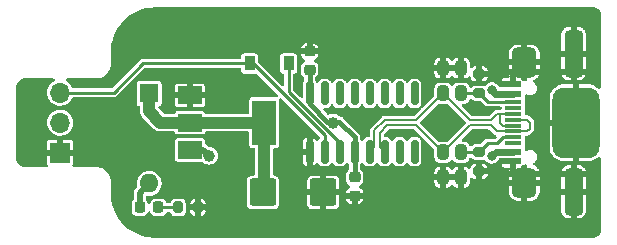
<source format=gbr>
%TF.GenerationSoftware,KiCad,Pcbnew,6.0.11+dfsg-1~bpo11+1*%
%TF.CreationDate,2024-03-27T15:19:12-04:00*%
%TF.ProjectId,Tool - ATTiny Module Flasher,546f6f6c-202d-4204-9154-54696e79204d,1.0.0*%
%TF.SameCoordinates,Original*%
%TF.FileFunction,Copper,L1,Top*%
%TF.FilePolarity,Positive*%
%FSLAX46Y46*%
G04 Gerber Fmt 4.6, Leading zero omitted, Abs format (unit mm)*
G04 Created by KiCad (PCBNEW 6.0.11+dfsg-1~bpo11+1) date 2024-03-27 15:19:12*
%MOMM*%
%LPD*%
G01*
G04 APERTURE LIST*
G04 Aperture macros list*
%AMRoundRect*
0 Rectangle with rounded corners*
0 $1 Rounding radius*
0 $2 $3 $4 $5 $6 $7 $8 $9 X,Y pos of 4 corners*
0 Add a 4 corners polygon primitive as box body*
4,1,4,$2,$3,$4,$5,$6,$7,$8,$9,$2,$3,0*
0 Add four circle primitives for the rounded corners*
1,1,$1+$1,$2,$3*
1,1,$1+$1,$4,$5*
1,1,$1+$1,$6,$7*
1,1,$1+$1,$8,$9*
0 Add four rect primitives between the rounded corners*
20,1,$1+$1,$2,$3,$4,$5,0*
20,1,$1+$1,$4,$5,$6,$7,0*
20,1,$1+$1,$6,$7,$8,$9,0*
20,1,$1+$1,$8,$9,$2,$3,0*%
G04 Aperture macros list end*
%TA.AperFunction,SMDPad,CuDef*%
%ADD10RoundRect,0.200000X0.275000X-0.200000X0.275000X0.200000X-0.275000X0.200000X-0.275000X-0.200000X0*%
%TD*%
%TA.AperFunction,SMDPad,CuDef*%
%ADD11RoundRect,0.200000X-0.275000X0.200000X-0.275000X-0.200000X0.275000X-0.200000X0.275000X0.200000X0*%
%TD*%
%TA.AperFunction,SMDPad,CuDef*%
%ADD12RoundRect,0.218750X0.218750X0.256250X-0.218750X0.256250X-0.218750X-0.256250X0.218750X-0.256250X0*%
%TD*%
%TA.AperFunction,SMDPad,CuDef*%
%ADD13RoundRect,0.225000X-0.250000X0.225000X-0.250000X-0.225000X0.250000X-0.225000X0.250000X0.225000X0*%
%TD*%
%TA.AperFunction,SMDPad,CuDef*%
%ADD14R,0.900000X1.200000*%
%TD*%
%TA.AperFunction,SMDPad,CuDef*%
%ADD15R,1.450000X0.600000*%
%TD*%
%TA.AperFunction,SMDPad,CuDef*%
%ADD16R,1.450000X0.300000*%
%TD*%
%TA.AperFunction,ComponentPad*%
%ADD17O,2.100000X1.000000*%
%TD*%
%TA.AperFunction,SMDPad,CuDef*%
%ADD18RoundRect,0.525000X0.525000X-0.725000X0.525000X0.725000X-0.525000X0.725000X-0.525000X-0.725000X0*%
%TD*%
%TA.AperFunction,ComponentPad*%
%ADD19O,1.600000X1.000000*%
%TD*%
%TA.AperFunction,SMDPad,CuDef*%
%ADD20RoundRect,0.400000X0.400000X-1.600000X0.400000X1.600000X-0.400000X1.600000X-0.400000X-1.600000X0*%
%TD*%
%TA.AperFunction,ComponentPad*%
%ADD21RoundRect,1.000000X-1.000000X2.000000X-1.000000X-2.000000X1.000000X-2.000000X1.000000X2.000000X0*%
%TD*%
%TA.AperFunction,ComponentPad*%
%ADD22R,1.700000X1.700000*%
%TD*%
%TA.AperFunction,ComponentPad*%
%ADD23O,1.700000X1.700000*%
%TD*%
%TA.AperFunction,SMDPad,CuDef*%
%ADD24RoundRect,0.225000X0.250000X-0.225000X0.250000X0.225000X-0.250000X0.225000X-0.250000X-0.225000X0*%
%TD*%
%TA.AperFunction,SMDPad,CuDef*%
%ADD25RoundRect,0.237500X-0.237500X0.400000X-0.237500X-0.400000X0.237500X-0.400000X0.237500X0.400000X0*%
%TD*%
%TA.AperFunction,SMDPad,CuDef*%
%ADD26RoundRect,0.237500X0.237500X-0.400000X0.237500X0.400000X-0.237500X0.400000X-0.237500X-0.400000X0*%
%TD*%
%TA.AperFunction,SMDPad,CuDef*%
%ADD27RoundRect,0.250000X-0.875000X-0.925000X0.875000X-0.925000X0.875000X0.925000X-0.875000X0.925000X0*%
%TD*%
%TA.AperFunction,SMDPad,CuDef*%
%ADD28RoundRect,0.150000X0.150000X-0.825000X0.150000X0.825000X-0.150000X0.825000X-0.150000X-0.825000X0*%
%TD*%
%TA.AperFunction,SMDPad,CuDef*%
%ADD29RoundRect,0.200000X-0.200000X-0.275000X0.200000X-0.275000X0.200000X0.275000X-0.200000X0.275000X0*%
%TD*%
%TA.AperFunction,ComponentPad*%
%ADD30R,1.600000X1.600000*%
%TD*%
%TA.AperFunction,ComponentPad*%
%ADD31O,1.600000X1.600000*%
%TD*%
%TA.AperFunction,SMDPad,CuDef*%
%ADD32R,2.000000X1.500000*%
%TD*%
%TA.AperFunction,SMDPad,CuDef*%
%ADD33R,2.000000X3.800000*%
%TD*%
%TA.AperFunction,ViaPad*%
%ADD34C,0.600000*%
%TD*%
%TA.AperFunction,ViaPad*%
%ADD35C,1.600000*%
%TD*%
%TA.AperFunction,ViaPad*%
%ADD36C,0.800000*%
%TD*%
%TA.AperFunction,ViaPad*%
%ADD37C,1.000000*%
%TD*%
%TA.AperFunction,Conductor*%
%ADD38C,0.500000*%
%TD*%
%TA.AperFunction,Conductor*%
%ADD39C,0.200000*%
%TD*%
%TA.AperFunction,Conductor*%
%ADD40C,0.250000*%
%TD*%
%TA.AperFunction,Conductor*%
%ADD41C,0.600000*%
%TD*%
%TA.AperFunction,Conductor*%
%ADD42C,0.400000*%
%TD*%
%TA.AperFunction,Conductor*%
%ADD43C,1.000000*%
%TD*%
G04 APERTURE END LIST*
D10*
%TO.P,R103,1*%
%TO.N,CC2*%
X139446000Y-97523000D03*
%TO.P,R103,2*%
%TO.N,GND*%
X139446000Y-95873000D03*
%TD*%
D11*
%TO.P,R102,1*%
%TO.N,CC1*%
X139446000Y-102477000D03*
%TO.P,R102,2*%
%TO.N,GND*%
X139446000Y-104127000D03*
%TD*%
D12*
%TO.P,D202,1,K*%
%TO.N,Net-(D202-Pad1)*%
X112293500Y-107188000D03*
%TO.P,D202,2,A*%
%TO.N,I2C-Vcc*%
X110718500Y-107188000D03*
%TD*%
D13*
%TO.P,C302,1*%
%TO.N,I2C-Vcc*%
X128905000Y-104635000D03*
%TO.P,C302,2*%
%TO.N,GND*%
X128905000Y-106185000D03*
%TD*%
D14*
%TO.P,D902,1,K*%
%TO.N,TxD*%
X123316000Y-94996000D03*
%TO.P,D902,2,A*%
%TO.N,RxD*%
X120016000Y-94996000D03*
%TD*%
D15*
%TO.P,J102,A1,GND*%
%TO.N,GND*%
X142355000Y-103250000D03*
%TO.P,J102,A4,VBUS*%
%TO.N,Vbus*%
X142355000Y-102450000D03*
D16*
%TO.P,J102,A5,CC1*%
%TO.N,CC1*%
X142355000Y-101250000D03*
%TO.P,J102,A6,D+*%
%TO.N,UD+*%
X142355000Y-100250000D03*
%TO.P,J102,A7,D-*%
%TO.N,UD-*%
X142355000Y-99750000D03*
%TO.P,J102,A8,SBU1*%
%TO.N,unconnected-(J102-PadA8)*%
X142355000Y-98750000D03*
D15*
%TO.P,J102,A9,VBUS*%
%TO.N,Vbus*%
X142355000Y-97550000D03*
%TO.P,J102,A12,GND*%
%TO.N,GND*%
X142355000Y-96750000D03*
%TO.P,J102,B1,GND*%
X142355000Y-96750000D03*
%TO.P,J102,B4,VBUS*%
%TO.N,Vbus*%
X142355000Y-97550000D03*
D16*
%TO.P,J102,B5,CC2*%
%TO.N,CC2*%
X142355000Y-98250000D03*
%TO.P,J102,B6,D+*%
%TO.N,UD+*%
X142355000Y-99250000D03*
%TO.P,J102,B7,D-*%
%TO.N,UD-*%
X142355000Y-100750000D03*
%TO.P,J102,B8,SBU2*%
%TO.N,unconnected-(J102-PadB8)*%
X142355000Y-101750000D03*
D15*
%TO.P,J102,B9,VBUS*%
%TO.N,Vbus*%
X142355000Y-102450000D03*
%TO.P,J102,B12,GND*%
%TO.N,GND*%
X142355000Y-103250000D03*
D17*
%TO.P,J102,S1,SHIELD*%
X143270000Y-104320000D03*
D18*
X143281795Y-105096965D03*
D19*
X147450000Y-95680000D03*
D20*
X147450000Y-94153035D03*
D21*
X147670000Y-100000000D03*
D19*
X147450000Y-104320000D03*
D20*
X147450000Y-105846965D03*
D18*
X143281795Y-94903035D03*
D17*
X143270000Y-95680000D03*
%TD*%
D22*
%TO.P,J902,1,Pin_1*%
%TO.N,GND*%
X103986000Y-102540000D03*
D23*
%TO.P,J902,2,Pin_2*%
%TO.N,I2C-Vcc*%
X103986000Y-100000000D03*
%TO.P,J902,3,Pin_3*%
%TO.N,RxD*%
X103986000Y-97460000D03*
%TD*%
D24*
%TO.P,C303,1*%
%TO.N,I2C-Vcc*%
X125095000Y-95517000D03*
%TO.P,C303,2*%
%TO.N,GND*%
X125095000Y-93967000D03*
%TD*%
D25*
%TO.P,D104,1,1*%
%TO.N,CC1*%
X137922000Y-102496000D03*
%TO.P,D104,2,2*%
%TO.N,GND*%
X137922000Y-104616000D03*
%TD*%
D26*
%TO.P,D105,1,1*%
%TO.N,CC2*%
X137922000Y-97504000D03*
%TO.P,D105,2,2*%
%TO.N,GND*%
X137922000Y-95384000D03*
%TD*%
D27*
%TO.P,C202,1*%
%TO.N,Net-(C202-Pad1)*%
X121148000Y-105918000D03*
%TO.P,C202,2*%
%TO.N,GND*%
X126248000Y-105918000D03*
%TD*%
D26*
%TO.P,D103,1,1*%
%TO.N,UD+*%
X136398000Y-97504000D03*
%TO.P,D103,2,2*%
%TO.N,GND*%
X136398000Y-95384000D03*
%TD*%
D28*
%TO.P,U303,1,GND*%
%TO.N,GND*%
X125095000Y-102475000D03*
%TO.P,U303,2,TXD*%
%TO.N,RxD*%
X126365000Y-102475000D03*
%TO.P,U303,3,RXD*%
%TO.N,TxD*%
X127635000Y-102475000D03*
%TO.P,U303,4,V3*%
%TO.N,I2C-Vcc*%
X128905000Y-102475000D03*
%TO.P,U303,5,UD+*%
%TO.N,UD+*%
X130175000Y-102475000D03*
%TO.P,U303,6,UD-*%
%TO.N,UD-*%
X131445000Y-102475000D03*
%TO.P,U303,7,NC*%
%TO.N,unconnected-(U303-Pad7)*%
X132715000Y-102475000D03*
%TO.P,U303,8,NC*%
%TO.N,unconnected-(U303-Pad8)*%
X133985000Y-102475000D03*
%TO.P,U303,9,~{CTS}*%
%TO.N,CTS*%
X133985000Y-97525000D03*
%TO.P,U303,10,~{DSR}*%
%TO.N,DSR*%
X132715000Y-97525000D03*
%TO.P,U303,11,~{RI}*%
%TO.N,RI*%
X131445000Y-97525000D03*
%TO.P,U303,12,~{DCD}*%
%TO.N,DCD*%
X130175000Y-97525000D03*
%TO.P,U303,13,~{DTR}*%
%TO.N,DTR*%
X128905000Y-97525000D03*
%TO.P,U303,14,~{RTS}*%
%TO.N,RTS*%
X127635000Y-97525000D03*
%TO.P,U303,15,R232*%
%TO.N,unconnected-(U303-Pad15)*%
X126365000Y-97525000D03*
%TO.P,U303,16,VCC*%
%TO.N,I2C-Vcc*%
X125095000Y-97525000D03*
%TD*%
D25*
%TO.P,D102,1,1*%
%TO.N,UD-*%
X136398000Y-102496000D03*
%TO.P,D102,2,2*%
%TO.N,GND*%
X136398000Y-104616000D03*
%TD*%
D29*
%TO.P,R202,1*%
%TO.N,Net-(D202-Pad1)*%
X113983000Y-107188000D03*
%TO.P,R202,2*%
%TO.N,GND*%
X115633000Y-107188000D03*
%TD*%
D30*
%TO.P,SW202,1*%
%TO.N,Net-(C202-Pad1)*%
X111506000Y-97536000D03*
D31*
%TO.P,SW202,2*%
%TO.N,I2C-Vcc*%
X111506000Y-105156000D03*
%TD*%
D32*
%TO.P,U202,1,GND*%
%TO.N,GND*%
X114960000Y-97700000D03*
D33*
%TO.P,U202,2,VO*%
%TO.N,Net-(C202-Pad1)*%
X121260000Y-100000000D03*
D32*
X114960000Y-100000000D03*
%TO.P,U202,3,VI*%
%TO.N,Vbus*%
X114960000Y-102300000D03*
%TD*%
D34*
%TO.N,GND*%
X129540000Y-100000000D03*
X135636000Y-100000000D03*
D35*
X149000000Y-109000000D03*
X149000000Y-91000000D03*
X125000000Y-91000000D03*
D34*
X138684000Y-98806000D03*
D35*
X125000000Y-109000000D03*
D34*
X138684000Y-101346000D03*
D36*
%TO.N,Vbus*%
X140508406Y-102815536D03*
D37*
X116586000Y-102794000D03*
D36*
X140517682Y-97255928D03*
D37*
%TO.N,I2C-Vcc*%
X127100000Y-100000000D03*
%TD*%
D38*
%TO.N,GND*%
X142355000Y-96750000D02*
X142355000Y-95829830D01*
X142355000Y-95829830D02*
X143281795Y-94903035D01*
X142355000Y-104170170D02*
X143281795Y-105096965D01*
X142355000Y-103250000D02*
X142355000Y-104170170D01*
D39*
%TO.N,UD-*%
X131665199Y-100225001D02*
X131035001Y-100855199D01*
X143764000Y-100508000D02*
X143764000Y-100008000D01*
X140433000Y-100225000D02*
X140958000Y-100750000D01*
X143506000Y-99750000D02*
X142513000Y-99750000D01*
X140958000Y-100750000D02*
X143522000Y-100750000D01*
X134127001Y-100225001D02*
X131665199Y-100225001D01*
X143764000Y-100008000D02*
X143506000Y-99750000D01*
X138668999Y-100225001D02*
X140433000Y-100225000D01*
X131035001Y-102065001D02*
X131445000Y-102475000D01*
X131035001Y-100855199D02*
X131035001Y-102065001D01*
X143522000Y-100750000D02*
X143764000Y-100508000D01*
X136398000Y-102496000D02*
X134127001Y-100225001D01*
X136398000Y-102496000D02*
X138668999Y-100225001D01*
%TO.N,UD+*%
X142355000Y-99250000D02*
X140982000Y-99250000D01*
X141450000Y-100250000D02*
X141212000Y-100012000D01*
X141212000Y-99250000D02*
X140982000Y-99250000D01*
X134127001Y-99774999D02*
X131478801Y-99774999D01*
X141212000Y-100012000D02*
X141212000Y-99250000D01*
X131478801Y-99774999D02*
X130584999Y-100668801D01*
X130584999Y-102065001D02*
X130175000Y-102475000D01*
X140457000Y-99775000D02*
X140982000Y-99250000D01*
X130584999Y-100668801D02*
X130584999Y-102065001D01*
X136398000Y-97504000D02*
X138668999Y-99774999D01*
X138668999Y-99774999D02*
X140457000Y-99775000D01*
X142355000Y-100250000D02*
X141450000Y-100250000D01*
X136398000Y-97504000D02*
X134127001Y-99774999D01*
D40*
%TO.N,CC1*%
X137941000Y-102477000D02*
X137922000Y-102496000D01*
X141498000Y-101250000D02*
X141001500Y-101746500D01*
X142355000Y-101250000D02*
X141498000Y-101250000D01*
X141001500Y-101746500D02*
X140176500Y-101746500D01*
X140176500Y-101746500D02*
X139446000Y-102477000D01*
X139446000Y-102477000D02*
X137941000Y-102477000D01*
%TO.N,CC2*%
X139446000Y-97523000D02*
X140173000Y-98250000D01*
X140173000Y-98250000D02*
X142355000Y-98250000D01*
X139446000Y-97523000D02*
X139427000Y-97504000D01*
X139427000Y-97504000D02*
X137922000Y-97504000D01*
D38*
%TO.N,Vbus*%
X116092000Y-102300000D02*
X114960000Y-102300000D01*
D41*
X140811754Y-97550000D02*
X142355000Y-97550000D01*
X140508406Y-102815536D02*
X140873942Y-102450000D01*
X140873942Y-102450000D02*
X142355000Y-102450000D01*
D38*
X116586000Y-102794000D02*
X116092000Y-102300000D01*
D41*
X140517682Y-97255928D02*
X140811754Y-97550000D01*
D40*
%TO.N,RxD*%
X120016000Y-94996000D02*
X110998000Y-94996000D01*
X110998000Y-94996000D02*
X108534000Y-97460000D01*
X108534000Y-97460000D02*
X103986000Y-97460000D01*
X120016000Y-94996000D02*
X120282853Y-94996000D01*
X120282853Y-94996000D02*
X126365000Y-101078147D01*
X126365000Y-101078147D02*
X126365000Y-102475000D01*
%TO.N,TxD*%
X123316000Y-97392751D02*
X123316000Y-94996000D01*
X127635000Y-101711751D02*
X123316000Y-97392751D01*
X127635000Y-102475000D02*
X127635000Y-101711751D01*
D42*
%TO.N,I2C-Vcc*%
X127006635Y-99917365D02*
X127603365Y-99917365D01*
X127006635Y-99917365D02*
X126583076Y-99917365D01*
X125095000Y-97525000D02*
X125095000Y-95517000D01*
X128905000Y-102475000D02*
X128905000Y-104483000D01*
D38*
X110718500Y-107188000D02*
X110718500Y-105943500D01*
D42*
X128905000Y-102475000D02*
X128905000Y-101219000D01*
D38*
X110718500Y-105943500D02*
X111506000Y-105156000D01*
D42*
X125095000Y-98429289D02*
X125095000Y-97525000D01*
X128905000Y-101219000D02*
X127603365Y-99917365D01*
X126583076Y-99917365D02*
X125095000Y-98429289D01*
D43*
%TO.N,Net-(C202-Pad1)*%
X121260000Y-100000000D02*
X121260000Y-105806000D01*
X111506000Y-97536000D02*
X111506000Y-99060000D01*
X117780000Y-100000000D02*
X121260000Y-100000000D01*
X112446000Y-100000000D02*
X114960000Y-100000000D01*
X117780000Y-100000000D02*
X114960000Y-100000000D01*
X111506000Y-99060000D02*
X112446000Y-100000000D01*
X121260000Y-105806000D02*
X121148000Y-105918000D01*
D40*
%TO.N,Net-(D202-Pad1)*%
X112293500Y-107188000D02*
X113983000Y-107188000D01*
%TD*%
%TA.AperFunction,Conductor*%
%TO.N,GND*%
G36*
X148987103Y-90256921D02*
G01*
X149000000Y-90259486D01*
X149012170Y-90257065D01*
X149019856Y-90257065D01*
X149032207Y-90257672D01*
X149133092Y-90267609D01*
X149157309Y-90272425D01*
X149273426Y-90307649D01*
X149296226Y-90317093D01*
X149403239Y-90374292D01*
X149423770Y-90388011D01*
X149517556Y-90464981D01*
X149535019Y-90482444D01*
X149611989Y-90576230D01*
X149625708Y-90596761D01*
X149682907Y-90703774D01*
X149692351Y-90726574D01*
X149727575Y-90842691D01*
X149732391Y-90866908D01*
X149742328Y-90967793D01*
X149742935Y-90980144D01*
X149742935Y-90987830D01*
X149740514Y-91000000D01*
X149742935Y-91012170D01*
X149743079Y-91012894D01*
X149745500Y-91037476D01*
X149745500Y-96997767D01*
X149725498Y-97065888D01*
X149671842Y-97112381D01*
X149601568Y-97122485D01*
X149536988Y-97092991D01*
X149530405Y-97086862D01*
X149481600Y-97038057D01*
X149473021Y-97030883D01*
X149298423Y-96909534D01*
X149288716Y-96903997D01*
X149095390Y-96815486D01*
X149084850Y-96811753D01*
X148878658Y-96758813D01*
X148868128Y-96757047D01*
X148734870Y-96746207D01*
X148729765Y-96746000D01*
X147942115Y-96746000D01*
X147926876Y-96750475D01*
X147925671Y-96751865D01*
X147924000Y-96759548D01*
X147924000Y-103235885D01*
X147928475Y-103251124D01*
X147929865Y-103252329D01*
X147937548Y-103254000D01*
X148729765Y-103254000D01*
X148734870Y-103253793D01*
X148868128Y-103242953D01*
X148878658Y-103241187D01*
X149084850Y-103188247D01*
X149095390Y-103184514D01*
X149288716Y-103096003D01*
X149298423Y-103090466D01*
X149473021Y-102969117D01*
X149481600Y-102961943D01*
X149530405Y-102913138D01*
X149592717Y-102879112D01*
X149663532Y-102884177D01*
X149720368Y-102926724D01*
X149745179Y-102993244D01*
X149745500Y-103002233D01*
X149745500Y-108962524D01*
X149743079Y-108987103D01*
X149740514Y-109000000D01*
X149742935Y-109012170D01*
X149742935Y-109019856D01*
X149742328Y-109032207D01*
X149732391Y-109133092D01*
X149727575Y-109157309D01*
X149692351Y-109273426D01*
X149682907Y-109296226D01*
X149625708Y-109403239D01*
X149611989Y-109423770D01*
X149535019Y-109517556D01*
X149517556Y-109535019D01*
X149423770Y-109611989D01*
X149403239Y-109625708D01*
X149296226Y-109682907D01*
X149273426Y-109692351D01*
X149157309Y-109727575D01*
X149133092Y-109732391D01*
X149032207Y-109742328D01*
X149019856Y-109742935D01*
X149012170Y-109742935D01*
X149000000Y-109740514D01*
X148987103Y-109743079D01*
X148962524Y-109745500D01*
X112037476Y-109745500D01*
X112012897Y-109743079D01*
X112000000Y-109740514D01*
X111987831Y-109742934D01*
X111975431Y-109742934D01*
X111964376Y-109743749D01*
X111754253Y-109733427D01*
X111639055Y-109727768D01*
X111626759Y-109726557D01*
X111275405Y-109674438D01*
X111263299Y-109672031D01*
X110918746Y-109585725D01*
X110906915Y-109582136D01*
X110572487Y-109462476D01*
X110561063Y-109457744D01*
X110239979Y-109305882D01*
X110229074Y-109300053D01*
X109924418Y-109117449D01*
X109914137Y-109110579D01*
X109748628Y-108987830D01*
X109628847Y-108898994D01*
X109619309Y-108891168D01*
X109356113Y-108652620D01*
X109347375Y-108643882D01*
X109277374Y-108566648D01*
X109108832Y-108380691D01*
X109101006Y-108371153D01*
X108900621Y-108100965D01*
X108889421Y-108085863D01*
X108882551Y-108075582D01*
X108699947Y-107770926D01*
X108694118Y-107760021D01*
X108542256Y-107438937D01*
X108537524Y-107427513D01*
X108417864Y-107093085D01*
X108414275Y-107081253D01*
X108382011Y-106952448D01*
X108365604Y-106886947D01*
X110026500Y-106886947D01*
X110026501Y-107489052D01*
X110032786Y-107546919D01*
X110042995Y-107574151D01*
X110071156Y-107649269D01*
X110080372Y-107673853D01*
X110161670Y-107782330D01*
X110270147Y-107863628D01*
X110278548Y-107866778D01*
X110278551Y-107866779D01*
X110354475Y-107895242D01*
X110397081Y-107911214D01*
X110404934Y-107912067D01*
X110404938Y-107912068D01*
X110451548Y-107917131D01*
X110451552Y-107917131D01*
X110454947Y-107917500D01*
X110718461Y-107917500D01*
X110982052Y-107917499D01*
X111039919Y-107911214D01*
X111094755Y-107890657D01*
X111158449Y-107866779D01*
X111158452Y-107866778D01*
X111166853Y-107863628D01*
X111275330Y-107782330D01*
X111356628Y-107673853D01*
X111365845Y-107649269D01*
X111388018Y-107590121D01*
X111430660Y-107533357D01*
X111497221Y-107508657D01*
X111566570Y-107523865D01*
X111616688Y-107574151D01*
X111623982Y-107590121D01*
X111646156Y-107649269D01*
X111655372Y-107673853D01*
X111736670Y-107782330D01*
X111845147Y-107863628D01*
X111853548Y-107866778D01*
X111853551Y-107866779D01*
X111929475Y-107895242D01*
X111972081Y-107911214D01*
X111979934Y-107912067D01*
X111979938Y-107912068D01*
X112026548Y-107917131D01*
X112026552Y-107917131D01*
X112029947Y-107917500D01*
X112293461Y-107917500D01*
X112557052Y-107917499D01*
X112614919Y-107911214D01*
X112669755Y-107890657D01*
X112733449Y-107866779D01*
X112733452Y-107866778D01*
X112741853Y-107863628D01*
X112850330Y-107782330D01*
X112931628Y-107673853D01*
X112940844Y-107649269D01*
X112983486Y-107592505D01*
X113050048Y-107567806D01*
X113058826Y-107567500D01*
X113248664Y-107567500D01*
X113316785Y-107587502D01*
X113363278Y-107641158D01*
X113367545Y-107651747D01*
X113376791Y-107678076D01*
X113457990Y-107788010D01*
X113567924Y-107869209D01*
X113696873Y-107914493D01*
X113704515Y-107915215D01*
X113704518Y-107915216D01*
X113719421Y-107916624D01*
X113728685Y-107917500D01*
X113982828Y-107917500D01*
X114237314Y-107917499D01*
X114240262Y-107917220D01*
X114240271Y-107917220D01*
X114261478Y-107915216D01*
X114261480Y-107915216D01*
X114269127Y-107914493D01*
X114277787Y-107911452D01*
X114300567Y-107903452D01*
X114398076Y-107869209D01*
X114508010Y-107788010D01*
X114589209Y-107678076D01*
X114634493Y-107549127D01*
X114635445Y-107539064D01*
X114637221Y-107520265D01*
X114637500Y-107517315D01*
X114637500Y-107514283D01*
X114979001Y-107514283D01*
X114979280Y-107520207D01*
X114981281Y-107541382D01*
X114984549Y-107556280D01*
X115024116Y-107668951D01*
X115032837Y-107685420D01*
X115102752Y-107780078D01*
X115115922Y-107793248D01*
X115210580Y-107863163D01*
X115227049Y-107871884D01*
X115339723Y-107911452D01*
X115354614Y-107914719D01*
X115365235Y-107915723D01*
X115376124Y-107912525D01*
X115377329Y-107911135D01*
X115379000Y-107903452D01*
X115379000Y-107898884D01*
X115887000Y-107898884D01*
X115891475Y-107914123D01*
X115892865Y-107915328D01*
X115896521Y-107916123D01*
X115911382Y-107914719D01*
X115926280Y-107911451D01*
X116038951Y-107871884D01*
X116055420Y-107863163D01*
X116150078Y-107793248D01*
X116163248Y-107780078D01*
X116233163Y-107685420D01*
X116241884Y-107668951D01*
X116281452Y-107556277D01*
X116284719Y-107541386D01*
X116286721Y-107520201D01*
X116287000Y-107514287D01*
X116287000Y-107510537D01*
X146396001Y-107510537D01*
X146396195Y-107515472D01*
X146398413Y-107543668D01*
X146400714Y-107556269D01*
X146442806Y-107701151D01*
X146449053Y-107715587D01*
X146525097Y-107844171D01*
X146534737Y-107856598D01*
X146640367Y-107962228D01*
X146652794Y-107971868D01*
X146781378Y-108047912D01*
X146795814Y-108054159D01*
X146940702Y-108096252D01*
X146953289Y-108098552D01*
X146981499Y-108100772D01*
X146986424Y-108100965D01*
X147177885Y-108100965D01*
X147193124Y-108096490D01*
X147194329Y-108095100D01*
X147196000Y-108087417D01*
X147196000Y-108082849D01*
X147704000Y-108082849D01*
X147708475Y-108098088D01*
X147709865Y-108099293D01*
X147717548Y-108100964D01*
X147913572Y-108100964D01*
X147918507Y-108100770D01*
X147946703Y-108098552D01*
X147959304Y-108096251D01*
X148104186Y-108054159D01*
X148118622Y-108047912D01*
X148247206Y-107971868D01*
X148259633Y-107962228D01*
X148365263Y-107856598D01*
X148374903Y-107844171D01*
X148450947Y-107715587D01*
X148457194Y-107701151D01*
X148499287Y-107556263D01*
X148501587Y-107543676D01*
X148503807Y-107515466D01*
X148504000Y-107510541D01*
X148504000Y-106119080D01*
X148499525Y-106103841D01*
X148498135Y-106102636D01*
X148490452Y-106100965D01*
X147722115Y-106100965D01*
X147706876Y-106105440D01*
X147705671Y-106106830D01*
X147704000Y-106114513D01*
X147704000Y-108082849D01*
X147196000Y-108082849D01*
X147196000Y-106119080D01*
X147191525Y-106103841D01*
X147190135Y-106102636D01*
X147182452Y-106100965D01*
X146414116Y-106100965D01*
X146398877Y-106105440D01*
X146397672Y-106106830D01*
X146396001Y-106114513D01*
X146396001Y-107510537D01*
X116287000Y-107510537D01*
X116287000Y-107460115D01*
X116282525Y-107444876D01*
X116281135Y-107443671D01*
X116273452Y-107442000D01*
X115905115Y-107442000D01*
X115889876Y-107446475D01*
X115888671Y-107447865D01*
X115887000Y-107455548D01*
X115887000Y-107898884D01*
X115379000Y-107898884D01*
X115379000Y-107460115D01*
X115374525Y-107444876D01*
X115373135Y-107443671D01*
X115365452Y-107442000D01*
X114997116Y-107442000D01*
X114981877Y-107446475D01*
X114980672Y-107447865D01*
X114979001Y-107455548D01*
X114979001Y-107514283D01*
X114637500Y-107514283D01*
X114637499Y-106915885D01*
X114979000Y-106915885D01*
X114983475Y-106931124D01*
X114984865Y-106932329D01*
X114992548Y-106934000D01*
X115360885Y-106934000D01*
X115376124Y-106929525D01*
X115377329Y-106928135D01*
X115379000Y-106920452D01*
X115379000Y-106915885D01*
X115887000Y-106915885D01*
X115891475Y-106931124D01*
X115892865Y-106932329D01*
X115900548Y-106934000D01*
X116268884Y-106934000D01*
X116284123Y-106929525D01*
X116285328Y-106928135D01*
X116286999Y-106920452D01*
X116286999Y-106861717D01*
X116286720Y-106855793D01*
X116284719Y-106834618D01*
X116281451Y-106819720D01*
X116241884Y-106707049D01*
X116233163Y-106690580D01*
X116163248Y-106595922D01*
X116150078Y-106582752D01*
X116055420Y-106512837D01*
X116038951Y-106504116D01*
X115926277Y-106464548D01*
X115911386Y-106461281D01*
X115900765Y-106460277D01*
X115889876Y-106463475D01*
X115888671Y-106464865D01*
X115887000Y-106472548D01*
X115887000Y-106915885D01*
X115379000Y-106915885D01*
X115379000Y-106477116D01*
X115374525Y-106461877D01*
X115373135Y-106460672D01*
X115369479Y-106459877D01*
X115354618Y-106461281D01*
X115339720Y-106464549D01*
X115227049Y-106504116D01*
X115210580Y-106512837D01*
X115115922Y-106582752D01*
X115102752Y-106595922D01*
X115032837Y-106690580D01*
X115024116Y-106707049D01*
X114984548Y-106819723D01*
X114981281Y-106834614D01*
X114979279Y-106855799D01*
X114979000Y-106861713D01*
X114979000Y-106915885D01*
X114637499Y-106915885D01*
X114637499Y-106858686D01*
X114635225Y-106834614D01*
X114635216Y-106834522D01*
X114635216Y-106834520D01*
X114634493Y-106826873D01*
X114589209Y-106697924D01*
X114508010Y-106587990D01*
X114398076Y-106506791D01*
X114269127Y-106461507D01*
X114261485Y-106460785D01*
X114261482Y-106460784D01*
X114246579Y-106459376D01*
X114237315Y-106458500D01*
X113983172Y-106458500D01*
X113728686Y-106458501D01*
X113725738Y-106458780D01*
X113725729Y-106458780D01*
X113704522Y-106460784D01*
X113704520Y-106460784D01*
X113696873Y-106461507D01*
X113689623Y-106464053D01*
X113688211Y-106464549D01*
X113567924Y-106506791D01*
X113457990Y-106587990D01*
X113376791Y-106697924D01*
X113372357Y-106710551D01*
X113367546Y-106724250D01*
X113326102Y-106781895D01*
X113260072Y-106807982D01*
X113248664Y-106808500D01*
X113058826Y-106808500D01*
X112990705Y-106788498D01*
X112944212Y-106734842D01*
X112940844Y-106726731D01*
X112934778Y-106710549D01*
X112934777Y-106710548D01*
X112931628Y-106702147D01*
X112850330Y-106593670D01*
X112741853Y-106512372D01*
X112733452Y-106509222D01*
X112733449Y-106509221D01*
X112635624Y-106472548D01*
X112614919Y-106464786D01*
X112607066Y-106463933D01*
X112607062Y-106463932D01*
X112560452Y-106458869D01*
X112560448Y-106458869D01*
X112557053Y-106458500D01*
X112293539Y-106458500D01*
X112029948Y-106458501D01*
X111972081Y-106464786D01*
X111917245Y-106485343D01*
X111853551Y-106509221D01*
X111853548Y-106509222D01*
X111845147Y-106512372D01*
X111736670Y-106593670D01*
X111655372Y-106702147D01*
X111652222Y-106710548D01*
X111652221Y-106710551D01*
X111643115Y-106734842D01*
X111625476Y-106781895D01*
X111623982Y-106785879D01*
X111581340Y-106842643D01*
X111514779Y-106867343D01*
X111445430Y-106852135D01*
X111395312Y-106801849D01*
X111388018Y-106785879D01*
X111386525Y-106781895D01*
X111368885Y-106734842D01*
X111359779Y-106710551D01*
X111359778Y-106710548D01*
X111356628Y-106702147D01*
X111275330Y-106593670D01*
X111268150Y-106588289D01*
X111261800Y-106581939D01*
X111264047Y-106579692D01*
X111230923Y-106535400D01*
X111223000Y-106491424D01*
X111223000Y-106326188D01*
X111243002Y-106258067D01*
X111296658Y-106211574D01*
X111363919Y-106201074D01*
X111425378Y-106208402D01*
X111483809Y-106215370D01*
X111489944Y-106214898D01*
X111489946Y-106214898D01*
X111683856Y-106199977D01*
X111683860Y-106199976D01*
X111689998Y-106199504D01*
X111889178Y-106143892D01*
X111894682Y-106141112D01*
X111894684Y-106141111D01*
X112068262Y-106053431D01*
X112068264Y-106053430D01*
X112073763Y-106050652D01*
X112236722Y-105923334D01*
X112240748Y-105918670D01*
X112240751Y-105918667D01*
X112367819Y-105771457D01*
X112367820Y-105771455D01*
X112371848Y-105766789D01*
X112431190Y-105662329D01*
X112470950Y-105592340D01*
X112470952Y-105592336D01*
X112473995Y-105586979D01*
X112517998Y-105454701D01*
X112537325Y-105396601D01*
X112537326Y-105396598D01*
X112539270Y-105390753D01*
X112565189Y-105185586D01*
X112565602Y-105156000D01*
X112545422Y-104950189D01*
X112485651Y-104752217D01*
X112410639Y-104611140D01*
X112391459Y-104575067D01*
X112391457Y-104575064D01*
X112388565Y-104569625D01*
X112384674Y-104564855D01*
X112384672Y-104564851D01*
X112261758Y-104414143D01*
X112261755Y-104414140D01*
X112257863Y-104409368D01*
X112250966Y-104403662D01*
X112103271Y-104281478D01*
X112103266Y-104281475D01*
X112098522Y-104277550D01*
X112093103Y-104274620D01*
X112093100Y-104274618D01*
X111922032Y-104182122D01*
X111922027Y-104182120D01*
X111916612Y-104179192D01*
X111719063Y-104118040D01*
X111712938Y-104117396D01*
X111712937Y-104117396D01*
X111519526Y-104097068D01*
X111519524Y-104097068D01*
X111513397Y-104096424D01*
X111397358Y-104106984D01*
X111313591Y-104114607D01*
X111313590Y-104114607D01*
X111307450Y-104115166D01*
X111109066Y-104173554D01*
X111103601Y-104176411D01*
X110931261Y-104266508D01*
X110931257Y-104266511D01*
X110925801Y-104269363D01*
X110764635Y-104398943D01*
X110631708Y-104557360D01*
X110532082Y-104738578D01*
X110530219Y-104744451D01*
X110489396Y-104873144D01*
X110469553Y-104935696D01*
X110468867Y-104941813D01*
X110468866Y-104941817D01*
X110449466Y-105114771D01*
X110446501Y-105141206D01*
X110463806Y-105347278D01*
X110466545Y-105356830D01*
X110473977Y-105382748D01*
X110473528Y-105453743D01*
X110441954Y-105506575D01*
X110411706Y-105536823D01*
X110402266Y-105544365D01*
X110402589Y-105544745D01*
X110395753Y-105550563D01*
X110388161Y-105555353D01*
X110382219Y-105562081D01*
X110352829Y-105595359D01*
X110347483Y-105601046D01*
X110336149Y-105612380D01*
X110333464Y-105615963D01*
X110333462Y-105615965D01*
X110329947Y-105620655D01*
X110323562Y-105628498D01*
X110292499Y-105663670D01*
X110288686Y-105671792D01*
X110286846Y-105674593D01*
X110278437Y-105688588D01*
X110276815Y-105691551D01*
X110271430Y-105698736D01*
X110268277Y-105707146D01*
X110268276Y-105707148D01*
X110254954Y-105742682D01*
X110251030Y-105751995D01*
X110231083Y-105794482D01*
X110229701Y-105803356D01*
X110228715Y-105806583D01*
X110224575Y-105822366D01*
X110223854Y-105825644D01*
X110220702Y-105834052D01*
X110220037Y-105843003D01*
X110217224Y-105880857D01*
X110216070Y-105890904D01*
X110214000Y-105904197D01*
X110214000Y-105919562D01*
X110213654Y-105928899D01*
X110209993Y-105978167D01*
X110211866Y-105986942D01*
X110212459Y-105995638D01*
X110214000Y-106010238D01*
X110214000Y-106491424D01*
X110193998Y-106559545D01*
X110174142Y-106580881D01*
X110175200Y-106581939D01*
X110168850Y-106588289D01*
X110161670Y-106593670D01*
X110080372Y-106702147D01*
X110077222Y-106710548D01*
X110077221Y-106710551D01*
X110068115Y-106734842D01*
X110032786Y-106829081D01*
X110031933Y-106836934D01*
X110031932Y-106836938D01*
X110026869Y-106883548D01*
X110026500Y-106886947D01*
X108365604Y-106886947D01*
X108327969Y-106736701D01*
X108325560Y-106724586D01*
X108325511Y-106724250D01*
X108273443Y-106373241D01*
X108272232Y-106360940D01*
X108256251Y-106035624D01*
X108257066Y-106024569D01*
X108257066Y-106012169D01*
X108259486Y-106000000D01*
X108256921Y-105987103D01*
X108254500Y-105962524D01*
X108254500Y-105037476D01*
X108256921Y-105012894D01*
X108257065Y-105012171D01*
X108259486Y-105000000D01*
X108257654Y-104990791D01*
X108242886Y-104803146D01*
X108237570Y-104781000D01*
X108207859Y-104657248D01*
X108196790Y-104611140D01*
X108186303Y-104585822D01*
X108123119Y-104433282D01*
X108123117Y-104433278D01*
X108121224Y-104428708D01*
X108018050Y-104260343D01*
X108014843Y-104256588D01*
X108014840Y-104256584D01*
X107893016Y-104113948D01*
X107889808Y-104110192D01*
X107834699Y-104063124D01*
X107743416Y-103985160D01*
X107743412Y-103985157D01*
X107739657Y-103981950D01*
X107571292Y-103878776D01*
X107566722Y-103876883D01*
X107566718Y-103876881D01*
X107393433Y-103805104D01*
X107393431Y-103805103D01*
X107388860Y-103803210D01*
X107280932Y-103777299D01*
X107201667Y-103758269D01*
X107201661Y-103758268D01*
X107196854Y-103757114D01*
X107009209Y-103742346D01*
X107000000Y-103740514D01*
X106987103Y-103743079D01*
X106962524Y-103745500D01*
X105139675Y-103745500D01*
X105071554Y-103725498D01*
X105025061Y-103671842D01*
X105014957Y-103601568D01*
X105034910Y-103549498D01*
X105068368Y-103499425D01*
X105077684Y-103476934D01*
X105088793Y-103421085D01*
X105090000Y-103408830D01*
X105090000Y-102812115D01*
X105085525Y-102796876D01*
X105084135Y-102795671D01*
X105076452Y-102794000D01*
X102900116Y-102794000D01*
X102884877Y-102798475D01*
X102883672Y-102799865D01*
X102882001Y-102807548D01*
X102882001Y-103408828D01*
X102883209Y-103421088D01*
X102894315Y-103476931D01*
X102903633Y-103499427D01*
X102937090Y-103549498D01*
X102958305Y-103617251D01*
X102939522Y-103685717D01*
X102886705Y-103733161D01*
X102832325Y-103745500D01*
X101037476Y-103745500D01*
X101012897Y-103743079D01*
X101000000Y-103740514D01*
X100987830Y-103742935D01*
X100980144Y-103742935D01*
X100967793Y-103742328D01*
X100866908Y-103732391D01*
X100842691Y-103727575D01*
X100726574Y-103692351D01*
X100703774Y-103682907D01*
X100596761Y-103625708D01*
X100576230Y-103611989D01*
X100482444Y-103535019D01*
X100464981Y-103517556D01*
X100388011Y-103423770D01*
X100374292Y-103403239D01*
X100317093Y-103296226D01*
X100307649Y-103273426D01*
X100272425Y-103157309D01*
X100267609Y-103133092D01*
X100257672Y-103032207D01*
X100257065Y-103019856D01*
X100257065Y-103012170D01*
X100259486Y-103000000D01*
X100256921Y-102987103D01*
X100254500Y-102962524D01*
X100254500Y-102267885D01*
X102882000Y-102267885D01*
X102886475Y-102283124D01*
X102887865Y-102284329D01*
X102895548Y-102286000D01*
X103713885Y-102286000D01*
X103729124Y-102281525D01*
X103730329Y-102280135D01*
X103732000Y-102272452D01*
X103732000Y-102267885D01*
X104240000Y-102267885D01*
X104244475Y-102283124D01*
X104245865Y-102284329D01*
X104253548Y-102286000D01*
X105071884Y-102286000D01*
X105087123Y-102281525D01*
X105088328Y-102280135D01*
X105089999Y-102272452D01*
X105089999Y-101671172D01*
X105088791Y-101658912D01*
X105077685Y-101603069D01*
X105068367Y-101580573D01*
X105031189Y-101524933D01*
X113705500Y-101524933D01*
X113705501Y-103075066D01*
X113712175Y-103108622D01*
X113717362Y-103134699D01*
X113720266Y-103149301D01*
X113776516Y-103233484D01*
X113860699Y-103289734D01*
X113934933Y-103304500D01*
X114798331Y-103304500D01*
X115976562Y-103304499D01*
X116044683Y-103324501D01*
X116067199Y-103342972D01*
X116102021Y-103379031D01*
X116243660Y-103471717D01*
X116402315Y-103530720D01*
X116409296Y-103531651D01*
X116409298Y-103531652D01*
X116563118Y-103552176D01*
X116563122Y-103552176D01*
X116570099Y-103553107D01*
X116577110Y-103552469D01*
X116577114Y-103552469D01*
X116731652Y-103538405D01*
X116738673Y-103537766D01*
X116899659Y-103485458D01*
X116998470Y-103426555D01*
X117039004Y-103402392D01*
X117039006Y-103402391D01*
X117045056Y-103398784D01*
X117167638Y-103282052D01*
X117173376Y-103273416D01*
X117257410Y-103146935D01*
X117257411Y-103146933D01*
X117261311Y-103141063D01*
X117321420Y-102982824D01*
X117344978Y-102815200D01*
X117345274Y-102794000D01*
X117326406Y-102625784D01*
X117270738Y-102465929D01*
X117181038Y-102322379D01*
X117139451Y-102280500D01*
X117087473Y-102228158D01*
X117061764Y-102202269D01*
X116918844Y-102111569D01*
X116859330Y-102090377D01*
X116766016Y-102057149D01*
X116766011Y-102057148D01*
X116759381Y-102054787D01*
X116752395Y-102053954D01*
X116752391Y-102053953D01*
X116651621Y-102041938D01*
X116591301Y-102034745D01*
X116590107Y-102034870D01*
X116524341Y-102015059D01*
X116504106Y-101998635D01*
X116498677Y-101993206D01*
X116491135Y-101983766D01*
X116490755Y-101984089D01*
X116484937Y-101977253D01*
X116480147Y-101969661D01*
X116440140Y-101934328D01*
X116434454Y-101928983D01*
X116423120Y-101917649D01*
X116414845Y-101911447D01*
X116407000Y-101905060D01*
X116378557Y-101879940D01*
X116371830Y-101873999D01*
X116363708Y-101870186D01*
X116360907Y-101868346D01*
X116346912Y-101859937D01*
X116343949Y-101858315D01*
X116336764Y-101852930D01*
X116296268Y-101837748D01*
X116239505Y-101795107D01*
X116214805Y-101728546D01*
X116214499Y-101719767D01*
X116214499Y-101524934D01*
X116205977Y-101482086D01*
X116202156Y-101462874D01*
X116202155Y-101462872D01*
X116199734Y-101450699D01*
X116191963Y-101439068D01*
X116150377Y-101376832D01*
X116143484Y-101366516D01*
X116059301Y-101310266D01*
X115985067Y-101295500D01*
X114960166Y-101295500D01*
X113934934Y-101295501D01*
X113899182Y-101302612D01*
X113872874Y-101307844D01*
X113872872Y-101307845D01*
X113860699Y-101310266D01*
X113850379Y-101317161D01*
X113850378Y-101317162D01*
X113831023Y-101330095D01*
X113776516Y-101366516D01*
X113769623Y-101376832D01*
X113730010Y-101436117D01*
X113720266Y-101450699D01*
X113705500Y-101524933D01*
X105031189Y-101524933D01*
X105026017Y-101517192D01*
X105008808Y-101499983D01*
X104945425Y-101457632D01*
X104922934Y-101448316D01*
X104867085Y-101437207D01*
X104854830Y-101436000D01*
X104258115Y-101436000D01*
X104242876Y-101440475D01*
X104241671Y-101441865D01*
X104240000Y-101449548D01*
X104240000Y-102267885D01*
X103732000Y-102267885D01*
X103732000Y-101454116D01*
X103727525Y-101438877D01*
X103726135Y-101437672D01*
X103718452Y-101436001D01*
X103117172Y-101436001D01*
X103104912Y-101437209D01*
X103049069Y-101448315D01*
X103026573Y-101457633D01*
X102963192Y-101499983D01*
X102945983Y-101517192D01*
X102903632Y-101580575D01*
X102894316Y-101603066D01*
X102883207Y-101658915D01*
X102882000Y-101671170D01*
X102882000Y-102267885D01*
X100254500Y-102267885D01*
X100254500Y-99970964D01*
X102877148Y-99970964D01*
X102890424Y-100173522D01*
X102891845Y-100179118D01*
X102891846Y-100179123D01*
X102938079Y-100361161D01*
X102940392Y-100370269D01*
X102942809Y-100375512D01*
X103005125Y-100510686D01*
X103025377Y-100554616D01*
X103044999Y-100582380D01*
X103136040Y-100711201D01*
X103142533Y-100720389D01*
X103146675Y-100724424D01*
X103176842Y-100753811D01*
X103287938Y-100862035D01*
X103456720Y-100974812D01*
X103462023Y-100977090D01*
X103462026Y-100977092D01*
X103610053Y-101040689D01*
X103643228Y-101054942D01*
X103714566Y-101071084D01*
X103835579Y-101098467D01*
X103835584Y-101098468D01*
X103841216Y-101099742D01*
X103846987Y-101099969D01*
X103846989Y-101099969D01*
X103906756Y-101102317D01*
X104044053Y-101107712D01*
X104156348Y-101091430D01*
X104239231Y-101079413D01*
X104239236Y-101079412D01*
X104244945Y-101078584D01*
X104250409Y-101076729D01*
X104250414Y-101076728D01*
X104431693Y-101015192D01*
X104431698Y-101015190D01*
X104437165Y-101013334D01*
X104452940Y-101004500D01*
X104523234Y-100965133D01*
X104614276Y-100914147D01*
X104623875Y-100906164D01*
X104765913Y-100788031D01*
X104770345Y-100784345D01*
X104795740Y-100753811D01*
X104896453Y-100632718D01*
X104896455Y-100632715D01*
X104900147Y-100628276D01*
X104979656Y-100486303D01*
X104996510Y-100456208D01*
X104996511Y-100456206D01*
X104999334Y-100451165D01*
X105001190Y-100445698D01*
X105001192Y-100445693D01*
X105062728Y-100264414D01*
X105062729Y-100264409D01*
X105064584Y-100258945D01*
X105065412Y-100253236D01*
X105065413Y-100253231D01*
X105089211Y-100089095D01*
X105093712Y-100058053D01*
X105095232Y-100000000D01*
X105080929Y-99844336D01*
X105077187Y-99803613D01*
X105077186Y-99803610D01*
X105076658Y-99797859D01*
X105075090Y-99792299D01*
X105023125Y-99608046D01*
X105023124Y-99608044D01*
X105021557Y-99602487D01*
X105015253Y-99589702D01*
X104934331Y-99425609D01*
X104931776Y-99420428D01*
X104922697Y-99408269D01*
X104853201Y-99315204D01*
X104810320Y-99257779D01*
X104661258Y-99119987D01*
X104656375Y-99116906D01*
X104656371Y-99116903D01*
X104494464Y-99014748D01*
X104489581Y-99011667D01*
X104301039Y-98936446D01*
X104295379Y-98935320D01*
X104295375Y-98935319D01*
X104107613Y-98897971D01*
X104107610Y-98897971D01*
X104101946Y-98896844D01*
X104096171Y-98896768D01*
X104096167Y-98896768D01*
X103994793Y-98895441D01*
X103898971Y-98894187D01*
X103893274Y-98895166D01*
X103893273Y-98895166D01*
X103778307Y-98914921D01*
X103698910Y-98928564D01*
X103508463Y-98998824D01*
X103334010Y-99102612D01*
X103329670Y-99106418D01*
X103329666Y-99106421D01*
X103194530Y-99224933D01*
X103181392Y-99236455D01*
X103177817Y-99240990D01*
X103177816Y-99240991D01*
X103177314Y-99241628D01*
X103055720Y-99395869D01*
X103053031Y-99400980D01*
X103053029Y-99400983D01*
X103019040Y-99465586D01*
X102961203Y-99575515D01*
X102901007Y-99769378D01*
X102877148Y-99970964D01*
X100254500Y-99970964D01*
X100254500Y-97037476D01*
X100256921Y-97012894D01*
X100257065Y-97012170D01*
X100259486Y-97000000D01*
X100257065Y-96987830D01*
X100257065Y-96980144D01*
X100257672Y-96967793D01*
X100267609Y-96866908D01*
X100272425Y-96842691D01*
X100307649Y-96726574D01*
X100317093Y-96703774D01*
X100374292Y-96596761D01*
X100388011Y-96576230D01*
X100464981Y-96482444D01*
X100482444Y-96464981D01*
X100576230Y-96388011D01*
X100596761Y-96374292D01*
X100703774Y-96317093D01*
X100726574Y-96307649D01*
X100842691Y-96272425D01*
X100866908Y-96267609D01*
X100967793Y-96257672D01*
X100980144Y-96257065D01*
X100987830Y-96257065D01*
X101000000Y-96259486D01*
X101012897Y-96256921D01*
X101037476Y-96254500D01*
X103393680Y-96254500D01*
X103461801Y-96274502D01*
X103508294Y-96328158D01*
X103518398Y-96398432D01*
X103488904Y-96463012D01*
X103458104Y-96488785D01*
X103334010Y-96562612D01*
X103329670Y-96566418D01*
X103329666Y-96566421D01*
X103213649Y-96668166D01*
X103181392Y-96696455D01*
X103177817Y-96700990D01*
X103177816Y-96700991D01*
X103171070Y-96709548D01*
X103055720Y-96855869D01*
X103053031Y-96860980D01*
X103053029Y-96860983D01*
X103034716Y-96895790D01*
X102961203Y-97035515D01*
X102901007Y-97229378D01*
X102877148Y-97430964D01*
X102890424Y-97633522D01*
X102891845Y-97639118D01*
X102891846Y-97639123D01*
X102926300Y-97774781D01*
X102940392Y-97830269D01*
X102942809Y-97835512D01*
X102990092Y-97938076D01*
X103025377Y-98014616D01*
X103028710Y-98019332D01*
X103136568Y-98171948D01*
X103142533Y-98180389D01*
X103287938Y-98322035D01*
X103456720Y-98434812D01*
X103462023Y-98437090D01*
X103462026Y-98437092D01*
X103637921Y-98512662D01*
X103643228Y-98514942D01*
X103693764Y-98526377D01*
X103835579Y-98558467D01*
X103835584Y-98558468D01*
X103841216Y-98559742D01*
X103846987Y-98559969D01*
X103846989Y-98559969D01*
X103906756Y-98562317D01*
X104044053Y-98567712D01*
X104153417Y-98551855D01*
X104239231Y-98539413D01*
X104239236Y-98539412D01*
X104244945Y-98538584D01*
X104250409Y-98536729D01*
X104250414Y-98536728D01*
X104431693Y-98475192D01*
X104431698Y-98475190D01*
X104437165Y-98473334D01*
X104445208Y-98468830D01*
X104530378Y-98421132D01*
X104614276Y-98374147D01*
X104630005Y-98361066D01*
X104765913Y-98248031D01*
X104770345Y-98244345D01*
X104830557Y-98171948D01*
X104896453Y-98092718D01*
X104896455Y-98092715D01*
X104900147Y-98088276D01*
X104999334Y-97911165D01*
X104999787Y-97911419D01*
X105043368Y-97860151D01*
X105112488Y-97839500D01*
X108480080Y-97839500D01*
X108504028Y-97842049D01*
X108505693Y-97842128D01*
X108515876Y-97844320D01*
X108526217Y-97843096D01*
X108549223Y-97840373D01*
X108555154Y-97840023D01*
X108555146Y-97839928D01*
X108560324Y-97839500D01*
X108565524Y-97839500D01*
X108570653Y-97838646D01*
X108570656Y-97838646D01*
X108584565Y-97836331D01*
X108590443Y-97835494D01*
X108631001Y-97830694D01*
X108631002Y-97830694D01*
X108641341Y-97829470D01*
X108649593Y-97825507D01*
X108658626Y-97824004D01*
X108667795Y-97819057D01*
X108667797Y-97819056D01*
X108703732Y-97799666D01*
X108709025Y-97796969D01*
X108748082Y-97778215D01*
X108748086Y-97778212D01*
X108755232Y-97774781D01*
X108759508Y-97771186D01*
X108761431Y-97769263D01*
X108763363Y-97767491D01*
X108763442Y-97767448D01*
X108763555Y-97767572D01*
X108764095Y-97767096D01*
X108769814Y-97764010D01*
X108806417Y-97724413D01*
X108809846Y-97720848D01*
X111118289Y-95412405D01*
X111180601Y-95378379D01*
X111207384Y-95375500D01*
X119185501Y-95375500D01*
X119253622Y-95395502D01*
X119300115Y-95449158D01*
X119311501Y-95501500D01*
X119311501Y-95621066D01*
X119326266Y-95695301D01*
X119333161Y-95705620D01*
X119333162Y-95705622D01*
X119353088Y-95735443D01*
X119382516Y-95779484D01*
X119466699Y-95835734D01*
X119540933Y-95850500D01*
X120015923Y-95850500D01*
X120491066Y-95850499D01*
X120516425Y-95845455D01*
X120587136Y-95851783D01*
X120630098Y-95879939D01*
X122381263Y-97631104D01*
X122415289Y-97693416D01*
X122410224Y-97764231D01*
X122367677Y-97821067D01*
X122301157Y-97845878D01*
X122285946Y-97845675D01*
X122285067Y-97845500D01*
X121260166Y-97845500D01*
X120234934Y-97845501D01*
X120199182Y-97852612D01*
X120172874Y-97857844D01*
X120172872Y-97857845D01*
X120160699Y-97860266D01*
X120150379Y-97867161D01*
X120150378Y-97867162D01*
X120125927Y-97883500D01*
X120076516Y-97916516D01*
X120020266Y-98000699D01*
X120005500Y-98074933D01*
X120005500Y-99119500D01*
X119985498Y-99187621D01*
X119931842Y-99234114D01*
X119879500Y-99245500D01*
X116320571Y-99245500D01*
X116252450Y-99225498D01*
X116204161Y-99167716D01*
X116202156Y-99162874D01*
X116199734Y-99150699D01*
X116188773Y-99134294D01*
X116150377Y-99076832D01*
X116143484Y-99066516D01*
X116059301Y-99010266D01*
X115985067Y-98995500D01*
X114960166Y-98995500D01*
X113934934Y-98995501D01*
X113908800Y-99000699D01*
X113872874Y-99007844D01*
X113872872Y-99007845D01*
X113860699Y-99010266D01*
X113850379Y-99017161D01*
X113850378Y-99017162D01*
X113789985Y-99057516D01*
X113776516Y-99066516D01*
X113720266Y-99150699D01*
X113717845Y-99162873D01*
X113715837Y-99167719D01*
X113671288Y-99222999D01*
X113599428Y-99245500D01*
X112810714Y-99245500D01*
X112742593Y-99225498D01*
X112721619Y-99208595D01*
X112307961Y-98794937D01*
X112273935Y-98732625D01*
X112279000Y-98661810D01*
X112321547Y-98604974D01*
X112372475Y-98582263D01*
X112378206Y-98581123D01*
X112405301Y-98575734D01*
X112415621Y-98568839D01*
X112415622Y-98568838D01*
X112479168Y-98526377D01*
X112489484Y-98519484D01*
X112523332Y-98468828D01*
X113706001Y-98468828D01*
X113707209Y-98481088D01*
X113718315Y-98536931D01*
X113727633Y-98559427D01*
X113769983Y-98622808D01*
X113787192Y-98640017D01*
X113850575Y-98682368D01*
X113873066Y-98691684D01*
X113928915Y-98702793D01*
X113941170Y-98704000D01*
X114687885Y-98704000D01*
X114703124Y-98699525D01*
X114704329Y-98698135D01*
X114706000Y-98690452D01*
X114706000Y-98685884D01*
X115214000Y-98685884D01*
X115218475Y-98701123D01*
X115219865Y-98702328D01*
X115227548Y-98703999D01*
X115978828Y-98703999D01*
X115991088Y-98702791D01*
X116046931Y-98691685D01*
X116069427Y-98682367D01*
X116132808Y-98640017D01*
X116150017Y-98622808D01*
X116192368Y-98559425D01*
X116201684Y-98536934D01*
X116212793Y-98481085D01*
X116214000Y-98468830D01*
X116214000Y-97972115D01*
X116209525Y-97956876D01*
X116208135Y-97955671D01*
X116200452Y-97954000D01*
X115232115Y-97954000D01*
X115216876Y-97958475D01*
X115215671Y-97959865D01*
X115214000Y-97967548D01*
X115214000Y-98685884D01*
X114706000Y-98685884D01*
X114706000Y-97972115D01*
X114701525Y-97956876D01*
X114700135Y-97955671D01*
X114692452Y-97954000D01*
X113724116Y-97954000D01*
X113708877Y-97958475D01*
X113707672Y-97959865D01*
X113706001Y-97967548D01*
X113706001Y-98468828D01*
X112523332Y-98468828D01*
X112545734Y-98435301D01*
X112560500Y-98361067D01*
X112560499Y-97427885D01*
X113706000Y-97427885D01*
X113710475Y-97443124D01*
X113711865Y-97444329D01*
X113719548Y-97446000D01*
X114687885Y-97446000D01*
X114703124Y-97441525D01*
X114704329Y-97440135D01*
X114706000Y-97432452D01*
X114706000Y-97427885D01*
X115214000Y-97427885D01*
X115218475Y-97443124D01*
X115219865Y-97444329D01*
X115227548Y-97446000D01*
X116195884Y-97446000D01*
X116211123Y-97441525D01*
X116212328Y-97440135D01*
X116213999Y-97432452D01*
X116213999Y-96931172D01*
X116212791Y-96918912D01*
X116201685Y-96863069D01*
X116192367Y-96840573D01*
X116150017Y-96777192D01*
X116132808Y-96759983D01*
X116069425Y-96717632D01*
X116046934Y-96708316D01*
X115991085Y-96697207D01*
X115978830Y-96696000D01*
X115232115Y-96696000D01*
X115216876Y-96700475D01*
X115215671Y-96701865D01*
X115214000Y-96709548D01*
X115214000Y-97427885D01*
X114706000Y-97427885D01*
X114706000Y-96714116D01*
X114701525Y-96698877D01*
X114700135Y-96697672D01*
X114692452Y-96696001D01*
X113941172Y-96696001D01*
X113928912Y-96697209D01*
X113873069Y-96708315D01*
X113850573Y-96717633D01*
X113787192Y-96759983D01*
X113769983Y-96777192D01*
X113727632Y-96840575D01*
X113718316Y-96863066D01*
X113707207Y-96918915D01*
X113706000Y-96931170D01*
X113706000Y-97427885D01*
X112560499Y-97427885D01*
X112560499Y-96710934D01*
X112545734Y-96636699D01*
X112535452Y-96621310D01*
X112496377Y-96562832D01*
X112489484Y-96552516D01*
X112405301Y-96496266D01*
X112331067Y-96481500D01*
X111506134Y-96481500D01*
X110680934Y-96481501D01*
X110652975Y-96487062D01*
X110618874Y-96493844D01*
X110618872Y-96493845D01*
X110606699Y-96496266D01*
X110596379Y-96503161D01*
X110596378Y-96503162D01*
X110563205Y-96525328D01*
X110522516Y-96552516D01*
X110466266Y-96636699D01*
X110451500Y-96710933D01*
X110451501Y-98361066D01*
X110456605Y-98386726D01*
X110463448Y-98421132D01*
X110466266Y-98435301D01*
X110473161Y-98445620D01*
X110473162Y-98445622D01*
X110496858Y-98481085D01*
X110522516Y-98519484D01*
X110606699Y-98575734D01*
X110650082Y-98584363D01*
X110712991Y-98617270D01*
X110748123Y-98678965D01*
X110751500Y-98707942D01*
X110751500Y-98993235D01*
X110750067Y-99012185D01*
X110748182Y-99024578D01*
X110746826Y-99033489D01*
X110747419Y-99040780D01*
X110747419Y-99040783D01*
X110751085Y-99085848D01*
X110751500Y-99096063D01*
X110751500Y-99104053D01*
X110751925Y-99107697D01*
X110754771Y-99132113D01*
X110755204Y-99136487D01*
X110759364Y-99187621D01*
X110761090Y-99208847D01*
X110763345Y-99215809D01*
X110764518Y-99221677D01*
X110765890Y-99227483D01*
X110766738Y-99234754D01*
X110791532Y-99303060D01*
X110792940Y-99307163D01*
X110815312Y-99376222D01*
X110819109Y-99382479D01*
X110821602Y-99387926D01*
X110824270Y-99393254D01*
X110826768Y-99400134D01*
X110866568Y-99460839D01*
X110868915Y-99464559D01*
X110898765Y-99513750D01*
X110906583Y-99526633D01*
X110910295Y-99530836D01*
X110913949Y-99534974D01*
X110913924Y-99534996D01*
X110916624Y-99538041D01*
X110919220Y-99541146D01*
X110923234Y-99547268D01*
X110928547Y-99552301D01*
X110979108Y-99600198D01*
X110981550Y-99602575D01*
X111424822Y-100045846D01*
X111865279Y-100486303D01*
X111877666Y-100500717D01*
X111890437Y-100518071D01*
X111896020Y-100522814D01*
X111930479Y-100552089D01*
X111937995Y-100559019D01*
X111943638Y-100564662D01*
X111965798Y-100582194D01*
X111969173Y-100584961D01*
X112024520Y-100631982D01*
X112031040Y-100635311D01*
X112036018Y-100638631D01*
X112041091Y-100641764D01*
X112046833Y-100646307D01*
X112053467Y-100649407D01*
X112053466Y-100649407D01*
X112112617Y-100677053D01*
X112116567Y-100678984D01*
X112181212Y-100711993D01*
X112188322Y-100713733D01*
X112193942Y-100715823D01*
X112199593Y-100717703D01*
X112206222Y-100720801D01*
X112213386Y-100722291D01*
X112213389Y-100722292D01*
X112253495Y-100730633D01*
X112277314Y-100735587D01*
X112281573Y-100736551D01*
X112352108Y-100753811D01*
X112357705Y-100754158D01*
X112357710Y-100754159D01*
X112363214Y-100754500D01*
X112363212Y-100754534D01*
X112367270Y-100754777D01*
X112371306Y-100755137D01*
X112378473Y-100756628D01*
X112455431Y-100754546D01*
X112458839Y-100754500D01*
X113599429Y-100754500D01*
X113667550Y-100774502D01*
X113715839Y-100832284D01*
X113717844Y-100837126D01*
X113720266Y-100849301D01*
X113727161Y-100859621D01*
X113727162Y-100859622D01*
X113732227Y-100867202D01*
X113776516Y-100933484D01*
X113860699Y-100989734D01*
X113934933Y-101004500D01*
X114959834Y-101004500D01*
X115985066Y-101004499D01*
X116022171Y-100997119D01*
X116047126Y-100992156D01*
X116047128Y-100992155D01*
X116059301Y-100989734D01*
X116069621Y-100982839D01*
X116069622Y-100982838D01*
X116133168Y-100940377D01*
X116143484Y-100933484D01*
X116199734Y-100849301D01*
X116202155Y-100837127D01*
X116204163Y-100832281D01*
X116248712Y-100777001D01*
X116320572Y-100754500D01*
X119879501Y-100754500D01*
X119947622Y-100774502D01*
X119994115Y-100828158D01*
X120005501Y-100880500D01*
X120005501Y-101925066D01*
X120009744Y-101946398D01*
X120017074Y-101983250D01*
X120020266Y-101999301D01*
X120027161Y-102009620D01*
X120027162Y-102009622D01*
X120054609Y-102050699D01*
X120076516Y-102083484D01*
X120086832Y-102090377D01*
X120138550Y-102124934D01*
X120160699Y-102139734D01*
X120234933Y-102154500D01*
X120379500Y-102154500D01*
X120447621Y-102174502D01*
X120494114Y-102228158D01*
X120505500Y-102280500D01*
X120505500Y-104362500D01*
X120485498Y-104430621D01*
X120431842Y-104477114D01*
X120379500Y-104488500D01*
X120225244Y-104488500D01*
X120221848Y-104488869D01*
X120221847Y-104488869D01*
X120171403Y-104494349D01*
X120171402Y-104494349D01*
X120163552Y-104495202D01*
X120156159Y-104497974D01*
X120156157Y-104497974D01*
X120154834Y-104498470D01*
X120028236Y-104545929D01*
X120021057Y-104551309D01*
X120021054Y-104551311D01*
X119941225Y-104611140D01*
X119912596Y-104632596D01*
X119907215Y-104639776D01*
X119831311Y-104741054D01*
X119831309Y-104741057D01*
X119825929Y-104748236D01*
X119803495Y-104808080D01*
X119778084Y-104875865D01*
X119775202Y-104883552D01*
X119768500Y-104945244D01*
X119768500Y-106890756D01*
X119775202Y-106952448D01*
X119825929Y-107087764D01*
X119831309Y-107094943D01*
X119831311Y-107094946D01*
X119884221Y-107165543D01*
X119912596Y-107203404D01*
X119919776Y-107208785D01*
X120021054Y-107284689D01*
X120021057Y-107284691D01*
X120028236Y-107290071D01*
X120117954Y-107323704D01*
X120156157Y-107338026D01*
X120156159Y-107338026D01*
X120163552Y-107340798D01*
X120171402Y-107341651D01*
X120171403Y-107341651D01*
X120220632Y-107346999D01*
X120225244Y-107347500D01*
X122070756Y-107347500D01*
X122075368Y-107346999D01*
X122124597Y-107341651D01*
X122124598Y-107341651D01*
X122132448Y-107340798D01*
X122139841Y-107338026D01*
X122139843Y-107338026D01*
X122178046Y-107323704D01*
X122267764Y-107290071D01*
X122274943Y-107284691D01*
X122274946Y-107284689D01*
X122376224Y-107208785D01*
X122383404Y-107203404D01*
X122411779Y-107165543D01*
X122464689Y-107094946D01*
X122464691Y-107094943D01*
X122470071Y-107087764D01*
X122520798Y-106952448D01*
X122527500Y-106890756D01*
X122527500Y-106887292D01*
X124869001Y-106887292D01*
X124869370Y-106894104D01*
X124874841Y-106944482D01*
X124878470Y-106959741D01*
X124923222Y-107079118D01*
X124931754Y-107094704D01*
X125007572Y-107195867D01*
X125020133Y-107208428D01*
X125121296Y-107284246D01*
X125136882Y-107292778D01*
X125256265Y-107337533D01*
X125271510Y-107341158D01*
X125321892Y-107346631D01*
X125328706Y-107347000D01*
X125975885Y-107347000D01*
X125991124Y-107342525D01*
X125992329Y-107341135D01*
X125994000Y-107333452D01*
X125994000Y-107328884D01*
X126502000Y-107328884D01*
X126506475Y-107344123D01*
X126507865Y-107345328D01*
X126515548Y-107346999D01*
X127167292Y-107346999D01*
X127174110Y-107346630D01*
X127224482Y-107341159D01*
X127239741Y-107337530D01*
X127359118Y-107292778D01*
X127374704Y-107284246D01*
X127475867Y-107208428D01*
X127488428Y-107195867D01*
X127564246Y-107094704D01*
X127572778Y-107079118D01*
X127617533Y-106959735D01*
X127621158Y-106944490D01*
X127626631Y-106894104D01*
X127627000Y-106887294D01*
X127627000Y-106452424D01*
X128176027Y-106452424D01*
X128176369Y-106458741D01*
X128181510Y-106506066D01*
X128185135Y-106521311D01*
X128227375Y-106633988D01*
X128235908Y-106649575D01*
X128307434Y-106745010D01*
X128319990Y-106757566D01*
X128415425Y-106829092D01*
X128431012Y-106837625D01*
X128543689Y-106879865D01*
X128558934Y-106883490D01*
X128606259Y-106888631D01*
X128613073Y-106889000D01*
X128632885Y-106889000D01*
X128648124Y-106884525D01*
X128649329Y-106883135D01*
X128651000Y-106875452D01*
X128651000Y-106870885D01*
X129159000Y-106870885D01*
X129163475Y-106886124D01*
X129164865Y-106887329D01*
X129172548Y-106889000D01*
X129196927Y-106889000D01*
X129203741Y-106888631D01*
X129251066Y-106883490D01*
X129266311Y-106879865D01*
X129378988Y-106837625D01*
X129394575Y-106829092D01*
X129490010Y-106757566D01*
X129502566Y-106745010D01*
X129574092Y-106649575D01*
X129582625Y-106633988D01*
X129624865Y-106521311D01*
X129628490Y-106506066D01*
X129633631Y-106458741D01*
X129633763Y-106456307D01*
X129629525Y-106441876D01*
X129628135Y-106440671D01*
X129620452Y-106439000D01*
X129177115Y-106439000D01*
X129161876Y-106443475D01*
X129160671Y-106444865D01*
X129159000Y-106452548D01*
X129159000Y-106870885D01*
X128651000Y-106870885D01*
X128651000Y-106457115D01*
X128646525Y-106441876D01*
X128645135Y-106440671D01*
X128637452Y-106439000D01*
X128194115Y-106439000D01*
X128178876Y-106443475D01*
X128177671Y-106444865D01*
X128176027Y-106452424D01*
X127627000Y-106452424D01*
X127627000Y-106190115D01*
X127622525Y-106174876D01*
X127621135Y-106173671D01*
X127613452Y-106172000D01*
X126520115Y-106172000D01*
X126504876Y-106176475D01*
X126503671Y-106177865D01*
X126502000Y-106185548D01*
X126502000Y-107328884D01*
X125994000Y-107328884D01*
X125994000Y-106190115D01*
X125989525Y-106174876D01*
X125988135Y-106173671D01*
X125980452Y-106172000D01*
X124887116Y-106172000D01*
X124871877Y-106176475D01*
X124870672Y-106177865D01*
X124869001Y-106185548D01*
X124869001Y-106887292D01*
X122527500Y-106887292D01*
X122527500Y-105645885D01*
X124869000Y-105645885D01*
X124873475Y-105661124D01*
X124874865Y-105662329D01*
X124882548Y-105664000D01*
X125975885Y-105664000D01*
X125991124Y-105659525D01*
X125992329Y-105658135D01*
X125994000Y-105650452D01*
X125994000Y-105645885D01*
X126502000Y-105645885D01*
X126506475Y-105661124D01*
X126507865Y-105662329D01*
X126515548Y-105664000D01*
X127608884Y-105664000D01*
X127624123Y-105659525D01*
X127625328Y-105658135D01*
X127626999Y-105650452D01*
X127626999Y-104948708D01*
X127626630Y-104941890D01*
X127621159Y-104891518D01*
X127617530Y-104876259D01*
X127572778Y-104756882D01*
X127564246Y-104741296D01*
X127488428Y-104640133D01*
X127475867Y-104627572D01*
X127374704Y-104551754D01*
X127359118Y-104543222D01*
X127239735Y-104498467D01*
X127224490Y-104494842D01*
X127174108Y-104489369D01*
X127167294Y-104489000D01*
X126520115Y-104489000D01*
X126504876Y-104493475D01*
X126503671Y-104494865D01*
X126502000Y-104502548D01*
X126502000Y-105645885D01*
X125994000Y-105645885D01*
X125994000Y-104507116D01*
X125989525Y-104491877D01*
X125988135Y-104490672D01*
X125980452Y-104489001D01*
X125328708Y-104489001D01*
X125321890Y-104489370D01*
X125271518Y-104494841D01*
X125256259Y-104498470D01*
X125136882Y-104543222D01*
X125121296Y-104551754D01*
X125020133Y-104627572D01*
X125007572Y-104640133D01*
X124931754Y-104741296D01*
X124923222Y-104756882D01*
X124878467Y-104876265D01*
X124874842Y-104891510D01*
X124869369Y-104941892D01*
X124869000Y-104948706D01*
X124869000Y-105645885D01*
X122527500Y-105645885D01*
X122527500Y-104945244D01*
X122520798Y-104883552D01*
X122517917Y-104875865D01*
X122492505Y-104808080D01*
X122470071Y-104748236D01*
X122464691Y-104741057D01*
X122464689Y-104741054D01*
X122388785Y-104639776D01*
X122383404Y-104632596D01*
X122354775Y-104611140D01*
X122274946Y-104551311D01*
X122274943Y-104551309D01*
X122267764Y-104545929D01*
X122141166Y-104498470D01*
X122139843Y-104497974D01*
X122139841Y-104497974D01*
X122132448Y-104495202D01*
X122124598Y-104494349D01*
X122116909Y-104492521D01*
X122117357Y-104490638D01*
X122061323Y-104467350D01*
X122020901Y-104408984D01*
X122014500Y-104369335D01*
X122014500Y-103326840D01*
X124541001Y-103326840D01*
X124541776Y-103336687D01*
X124554433Y-103416607D01*
X124560485Y-103435233D01*
X124609583Y-103531593D01*
X124621094Y-103547436D01*
X124697564Y-103623906D01*
X124713407Y-103635417D01*
X124809769Y-103684516D01*
X124825045Y-103689479D01*
X124836788Y-103687962D01*
X124841000Y-103673988D01*
X124841000Y-102747115D01*
X124836525Y-102731876D01*
X124835135Y-102730671D01*
X124827452Y-102729000D01*
X124559116Y-102729000D01*
X124543877Y-102733475D01*
X124542672Y-102734865D01*
X124541001Y-102742548D01*
X124541001Y-103326840D01*
X122014500Y-103326840D01*
X122014500Y-102280499D01*
X122034502Y-102212378D01*
X122045458Y-102202885D01*
X124541000Y-102202885D01*
X124545475Y-102218124D01*
X124546865Y-102219329D01*
X124554548Y-102221000D01*
X124822885Y-102221000D01*
X124838124Y-102216525D01*
X124839329Y-102215135D01*
X124841000Y-102207452D01*
X124841000Y-101275552D01*
X124837113Y-101262316D01*
X124824727Y-101260625D01*
X124809766Y-101265486D01*
X124713407Y-101314583D01*
X124697564Y-101326094D01*
X124621094Y-101402564D01*
X124609583Y-101418407D01*
X124560485Y-101514768D01*
X124554433Y-101533392D01*
X124541775Y-101613315D01*
X124541000Y-101623158D01*
X124541000Y-102202885D01*
X122045458Y-102202885D01*
X122088158Y-102165885D01*
X122140500Y-102154499D01*
X122285066Y-102154499D01*
X122320818Y-102147388D01*
X122347126Y-102142156D01*
X122347128Y-102142155D01*
X122359301Y-102139734D01*
X122369621Y-102132839D01*
X122369622Y-102132838D01*
X122433168Y-102090377D01*
X122443484Y-102083484D01*
X122499734Y-101999301D01*
X122514500Y-101925067D01*
X122514499Y-98074934D01*
X122515402Y-98074934D01*
X122527632Y-98010432D01*
X122576470Y-97958902D01*
X122645414Y-97941955D01*
X122712576Y-97964973D01*
X122728894Y-97978735D01*
X125932460Y-101182301D01*
X125966486Y-101244613D01*
X125961421Y-101315428D01*
X125932460Y-101360491D01*
X125883674Y-101409277D01*
X125879173Y-101418110D01*
X125879172Y-101418112D01*
X125841985Y-101491094D01*
X125793237Y-101542708D01*
X125724322Y-101559774D01*
X125657121Y-101536873D01*
X125617452Y-101491092D01*
X125580419Y-101418410D01*
X125568906Y-101402564D01*
X125492436Y-101326094D01*
X125476593Y-101314583D01*
X125380231Y-101265484D01*
X125364955Y-101260521D01*
X125353212Y-101262038D01*
X125349000Y-101276012D01*
X125349000Y-103674448D01*
X125352887Y-103687684D01*
X125365273Y-103689375D01*
X125380234Y-103684514D01*
X125476593Y-103635417D01*
X125492436Y-103623906D01*
X125568906Y-103547436D01*
X125580419Y-103531590D01*
X125617452Y-103458908D01*
X125666200Y-103407292D01*
X125735115Y-103390226D01*
X125802316Y-103413126D01*
X125841985Y-103458906D01*
X125879172Y-103531888D01*
X125883674Y-103540723D01*
X125974277Y-103631326D01*
X126088445Y-103689498D01*
X126183166Y-103704500D01*
X126546834Y-103704500D01*
X126641555Y-103689498D01*
X126755723Y-103631326D01*
X126846326Y-103540723D01*
X126887733Y-103459458D01*
X126936482Y-103407843D01*
X127005397Y-103390777D01*
X127072598Y-103413678D01*
X127112267Y-103459458D01*
X127153674Y-103540723D01*
X127244277Y-103631326D01*
X127358445Y-103689498D01*
X127453166Y-103704500D01*
X127816834Y-103704500D01*
X127911555Y-103689498D01*
X128025723Y-103631326D01*
X128116326Y-103540723D01*
X128157733Y-103459458D01*
X128206482Y-103407843D01*
X128275397Y-103390777D01*
X128342598Y-103413678D01*
X128382267Y-103459458D01*
X128423674Y-103540723D01*
X128427322Y-103544371D01*
X128450294Y-103608750D01*
X128450500Y-103615946D01*
X128450500Y-103900969D01*
X128430498Y-103969090D01*
X128400066Y-104001795D01*
X128330238Y-104054129D01*
X128312456Y-104067456D01*
X128307077Y-104074633D01*
X128235465Y-104170183D01*
X128235463Y-104170186D01*
X128230083Y-104177365D01*
X128226933Y-104185769D01*
X128226932Y-104185770D01*
X128191054Y-104281478D01*
X128181870Y-104305976D01*
X128175500Y-104364611D01*
X128175501Y-104905388D01*
X128175870Y-104908782D01*
X128175870Y-104908788D01*
X128179466Y-104941890D01*
X128181870Y-104964024D01*
X128230083Y-105092635D01*
X128235463Y-105099814D01*
X128235465Y-105099817D01*
X128302373Y-105189090D01*
X128312456Y-105202544D01*
X128319633Y-105207923D01*
X128415183Y-105279535D01*
X128415186Y-105279537D01*
X128422365Y-105284917D01*
X128442020Y-105292285D01*
X128498784Y-105334927D01*
X128523484Y-105401488D01*
X128508276Y-105470837D01*
X128457990Y-105520955D01*
X128442018Y-105528249D01*
X128431014Y-105532374D01*
X128415425Y-105540908D01*
X128319990Y-105612434D01*
X128307434Y-105624990D01*
X128235908Y-105720425D01*
X128227375Y-105736012D01*
X128185135Y-105848689D01*
X128181510Y-105863934D01*
X128176369Y-105911259D01*
X128176237Y-105913693D01*
X128180475Y-105928124D01*
X128181865Y-105929329D01*
X128189548Y-105931000D01*
X129615885Y-105931000D01*
X129631124Y-105926525D01*
X129632329Y-105925135D01*
X129633973Y-105917576D01*
X129633631Y-105911259D01*
X129633023Y-105905658D01*
X141977796Y-105905658D01*
X141977845Y-105907364D01*
X141979263Y-105917273D01*
X142015791Y-106075493D01*
X142020441Y-106088698D01*
X142090376Y-106233364D01*
X142097833Y-106245206D01*
X142198080Y-106370784D01*
X142207976Y-106380680D01*
X142333554Y-106480927D01*
X142345396Y-106488384D01*
X142490062Y-106558319D01*
X142503267Y-106562969D01*
X142661495Y-106599499D01*
X142671380Y-106600915D01*
X142673132Y-106600965D01*
X143009680Y-106600965D01*
X143024919Y-106596490D01*
X143026124Y-106595100D01*
X143027795Y-106587417D01*
X143027795Y-106582849D01*
X143535795Y-106582849D01*
X143540270Y-106598088D01*
X143541660Y-106599293D01*
X143549343Y-106600964D01*
X143890488Y-106600964D01*
X143892194Y-106600915D01*
X143902103Y-106599497D01*
X144060323Y-106562969D01*
X144073528Y-106558319D01*
X144218194Y-106488384D01*
X144230036Y-106480927D01*
X144355614Y-106380680D01*
X144365510Y-106370784D01*
X144465757Y-106245206D01*
X144473214Y-106233364D01*
X144543149Y-106088698D01*
X144547799Y-106075493D01*
X144584329Y-105917265D01*
X144585745Y-105907380D01*
X144585795Y-105905628D01*
X144585795Y-105574850D01*
X146396000Y-105574850D01*
X146400475Y-105590089D01*
X146401865Y-105591294D01*
X146409548Y-105592965D01*
X147177885Y-105592965D01*
X147193124Y-105588490D01*
X147194329Y-105587100D01*
X147196000Y-105579417D01*
X147196000Y-105574850D01*
X147704000Y-105574850D01*
X147708475Y-105590089D01*
X147709865Y-105591294D01*
X147717548Y-105592965D01*
X148485884Y-105592965D01*
X148501123Y-105588490D01*
X148502328Y-105587100D01*
X148503999Y-105579417D01*
X148503999Y-104592115D01*
X148499524Y-104576876D01*
X148498134Y-104575671D01*
X148490451Y-104574000D01*
X147722115Y-104574000D01*
X147706876Y-104578475D01*
X147705671Y-104579865D01*
X147704000Y-104587548D01*
X147704000Y-105574850D01*
X147196000Y-105574850D01*
X147196000Y-104592115D01*
X147191525Y-104576876D01*
X147190135Y-104575671D01*
X147182452Y-104574000D01*
X146414115Y-104574000D01*
X146398876Y-104578475D01*
X146397671Y-104579865D01*
X146396000Y-104587548D01*
X146396000Y-105574850D01*
X144585795Y-105574850D01*
X144585795Y-105369080D01*
X144581320Y-105353841D01*
X144579930Y-105352636D01*
X144572247Y-105350965D01*
X143553910Y-105350965D01*
X143538671Y-105355440D01*
X143537466Y-105356830D01*
X143535795Y-105364513D01*
X143535795Y-106582849D01*
X143027795Y-106582849D01*
X143027795Y-105369080D01*
X143023320Y-105353841D01*
X143021930Y-105352636D01*
X143014247Y-105350965D01*
X141995911Y-105350965D01*
X141980672Y-105355440D01*
X141979467Y-105356830D01*
X141977796Y-105364513D01*
X141977796Y-105905658D01*
X129633023Y-105905658D01*
X129628490Y-105863934D01*
X129624865Y-105848689D01*
X129582625Y-105736012D01*
X129574092Y-105720425D01*
X129502566Y-105624990D01*
X129490010Y-105612434D01*
X129394575Y-105540908D01*
X129378986Y-105532374D01*
X129367982Y-105528249D01*
X129311217Y-105485609D01*
X129286516Y-105419047D01*
X129301723Y-105349698D01*
X129352008Y-105299579D01*
X129367980Y-105292285D01*
X129387635Y-105284917D01*
X129394814Y-105279537D01*
X129394817Y-105279535D01*
X129490367Y-105207923D01*
X129497544Y-105202544D01*
X129507627Y-105189090D01*
X129574535Y-105099817D01*
X129574537Y-105099814D01*
X129579917Y-105092635D01*
X129592487Y-105059105D01*
X135669001Y-105059105D01*
X135669371Y-105065926D01*
X135674676Y-105114773D01*
X135678302Y-105130024D01*
X135721799Y-105246053D01*
X135730333Y-105261639D01*
X135804002Y-105359937D01*
X135816563Y-105372498D01*
X135914861Y-105446167D01*
X135930447Y-105454701D01*
X136046473Y-105498197D01*
X136061729Y-105501825D01*
X136110576Y-105507131D01*
X136117393Y-105507500D01*
X136125885Y-105507500D01*
X136141124Y-105503025D01*
X136142329Y-105501635D01*
X136144000Y-105493952D01*
X136144000Y-105489384D01*
X136652000Y-105489384D01*
X136656475Y-105504623D01*
X136657865Y-105505828D01*
X136665548Y-105507499D01*
X136678605Y-105507499D01*
X136685426Y-105507129D01*
X136734273Y-105501824D01*
X136749524Y-105498198D01*
X136865553Y-105454701D01*
X136881139Y-105446167D01*
X136979437Y-105372498D01*
X136991999Y-105359936D01*
X137059174Y-105270304D01*
X137116033Y-105227789D01*
X137186851Y-105222763D01*
X137249145Y-105256823D01*
X137260826Y-105270304D01*
X137328001Y-105359936D01*
X137340563Y-105372498D01*
X137438861Y-105446167D01*
X137454447Y-105454701D01*
X137570473Y-105498197D01*
X137585729Y-105501825D01*
X137634576Y-105507131D01*
X137641393Y-105507500D01*
X137649885Y-105507500D01*
X137665124Y-105503025D01*
X137666329Y-105501635D01*
X137668000Y-105493952D01*
X137668000Y-105489384D01*
X138176000Y-105489384D01*
X138180475Y-105504623D01*
X138181865Y-105505828D01*
X138189548Y-105507499D01*
X138202605Y-105507499D01*
X138209426Y-105507129D01*
X138258273Y-105501824D01*
X138273524Y-105498198D01*
X138389553Y-105454701D01*
X138405139Y-105446167D01*
X138503437Y-105372498D01*
X138515998Y-105359937D01*
X138589667Y-105261639D01*
X138598201Y-105246053D01*
X138641697Y-105130027D01*
X138645325Y-105114771D01*
X138650631Y-105065924D01*
X138651000Y-105059107D01*
X138651000Y-104824850D01*
X141977795Y-104824850D01*
X141982270Y-104840089D01*
X141983660Y-104841294D01*
X141991343Y-104842965D01*
X142997885Y-104842965D01*
X143013124Y-104838490D01*
X143014329Y-104837100D01*
X143016000Y-104829417D01*
X143016000Y-104824850D01*
X143535795Y-104824850D01*
X143540270Y-104840089D01*
X143541660Y-104841294D01*
X143549343Y-104842965D01*
X144567679Y-104842965D01*
X144582918Y-104838490D01*
X144584123Y-104837100D01*
X144585794Y-104829417D01*
X144585794Y-104592115D01*
X144581319Y-104576876D01*
X144579929Y-104575671D01*
X144572246Y-104574000D01*
X143553910Y-104574000D01*
X143538671Y-104578475D01*
X143537466Y-104579865D01*
X143535795Y-104587548D01*
X143535795Y-104824850D01*
X143016000Y-104824850D01*
X143016000Y-104592115D01*
X143011525Y-104576876D01*
X143010135Y-104575671D01*
X143002452Y-104574000D01*
X141995910Y-104574000D01*
X141980671Y-104578475D01*
X141979466Y-104579865D01*
X141977795Y-104587548D01*
X141977795Y-104824850D01*
X138651000Y-104824850D01*
X138651000Y-104757075D01*
X138671002Y-104688954D01*
X138724658Y-104642461D01*
X138794932Y-104632357D01*
X138851859Y-104655724D01*
X138948580Y-104727163D01*
X138965049Y-104735884D01*
X139077723Y-104775452D01*
X139092614Y-104778719D01*
X139113799Y-104780721D01*
X139119713Y-104781000D01*
X139173885Y-104781000D01*
X139189124Y-104776525D01*
X139190329Y-104775135D01*
X139192000Y-104767452D01*
X139192000Y-104762884D01*
X139700000Y-104762884D01*
X139704475Y-104778123D01*
X139705865Y-104779328D01*
X139713548Y-104780999D01*
X139772283Y-104780999D01*
X139778207Y-104780720D01*
X139799382Y-104778719D01*
X139814280Y-104775451D01*
X139926951Y-104735884D01*
X139943420Y-104727163D01*
X140038078Y-104657248D01*
X140051248Y-104644078D01*
X140121163Y-104549420D01*
X140129884Y-104532951D01*
X140169452Y-104420277D01*
X140172719Y-104405386D01*
X140173723Y-104394765D01*
X140170525Y-104383876D01*
X140169135Y-104382671D01*
X140161452Y-104381000D01*
X139718115Y-104381000D01*
X139702876Y-104385475D01*
X139701671Y-104386865D01*
X139700000Y-104394548D01*
X139700000Y-104762884D01*
X139192000Y-104762884D01*
X139192000Y-103854885D01*
X139700000Y-103854885D01*
X139704475Y-103870124D01*
X139705865Y-103871329D01*
X139713548Y-103873000D01*
X140156884Y-103873000D01*
X140172123Y-103868525D01*
X140173328Y-103867135D01*
X140174123Y-103863479D01*
X140172719Y-103848618D01*
X140169451Y-103833720D01*
X140129884Y-103721049D01*
X140121163Y-103704580D01*
X140051248Y-103609922D01*
X140038081Y-103596755D01*
X140005235Y-103572494D01*
X139983921Y-103544399D01*
X139966862Y-103541522D01*
X139947110Y-103529563D01*
X139943417Y-103526835D01*
X139926951Y-103518116D01*
X139814277Y-103478548D01*
X139799386Y-103475281D01*
X139778201Y-103473279D01*
X139772287Y-103473000D01*
X139718115Y-103473000D01*
X139702876Y-103477475D01*
X139701671Y-103478865D01*
X139700000Y-103486548D01*
X139700000Y-103854885D01*
X139192000Y-103854885D01*
X139192000Y-103491116D01*
X139187525Y-103475877D01*
X139186135Y-103474672D01*
X139178452Y-103473001D01*
X139119717Y-103473001D01*
X139113793Y-103473280D01*
X139092618Y-103475281D01*
X139077720Y-103478549D01*
X138965049Y-103518116D01*
X138948580Y-103526837D01*
X138853922Y-103596752D01*
X138840752Y-103609922D01*
X138770837Y-103704580D01*
X138762114Y-103721053D01*
X138725259Y-103826001D01*
X138683816Y-103883646D01*
X138617787Y-103909734D01*
X138548134Y-103895983D01*
X138517282Y-103873347D01*
X138503437Y-103859502D01*
X138405139Y-103785833D01*
X138389553Y-103777299D01*
X138273527Y-103733803D01*
X138258271Y-103730175D01*
X138209424Y-103724869D01*
X138202607Y-103724500D01*
X138194115Y-103724500D01*
X138178876Y-103728975D01*
X138177671Y-103730365D01*
X138176000Y-103738048D01*
X138176000Y-105489384D01*
X137668000Y-105489384D01*
X137668000Y-104888115D01*
X137663525Y-104872876D01*
X137662135Y-104871671D01*
X137654452Y-104870000D01*
X137211118Y-104870000D01*
X137200410Y-104873144D01*
X137138131Y-104875368D01*
X137113453Y-104870000D01*
X136670115Y-104870000D01*
X136654876Y-104874475D01*
X136653671Y-104875865D01*
X136652000Y-104883548D01*
X136652000Y-105489384D01*
X136144000Y-105489384D01*
X136144000Y-104888115D01*
X136139525Y-104872876D01*
X136138135Y-104871671D01*
X136130452Y-104870000D01*
X135687116Y-104870000D01*
X135671877Y-104874475D01*
X135670672Y-104875865D01*
X135669001Y-104883548D01*
X135669001Y-105059105D01*
X129592487Y-105059105D01*
X129628130Y-104964024D01*
X129634500Y-104905389D01*
X129634499Y-104364612D01*
X129633874Y-104358856D01*
X129632248Y-104343885D01*
X135669000Y-104343885D01*
X135673475Y-104359124D01*
X135674865Y-104360329D01*
X135682548Y-104362000D01*
X136125885Y-104362000D01*
X136141124Y-104357525D01*
X136142329Y-104356135D01*
X136144000Y-104348452D01*
X136144000Y-104343885D01*
X136652000Y-104343885D01*
X136656475Y-104359124D01*
X136657865Y-104360329D01*
X136665548Y-104362000D01*
X137108882Y-104362000D01*
X137119590Y-104358856D01*
X137181869Y-104356632D01*
X137206547Y-104362000D01*
X137649885Y-104362000D01*
X137665124Y-104357525D01*
X137666329Y-104356135D01*
X137668000Y-104348452D01*
X137668000Y-103742616D01*
X137663525Y-103727377D01*
X137662135Y-103726172D01*
X137654452Y-103724501D01*
X137641395Y-103724501D01*
X137634574Y-103724871D01*
X137585727Y-103730176D01*
X137570476Y-103733802D01*
X137454447Y-103777299D01*
X137438861Y-103785833D01*
X137340563Y-103859502D01*
X137328001Y-103872064D01*
X137260826Y-103961696D01*
X137203967Y-104004211D01*
X137133149Y-104009237D01*
X137070855Y-103975177D01*
X137059174Y-103961696D01*
X136991999Y-103872064D01*
X136979437Y-103859502D01*
X136881139Y-103785833D01*
X136865553Y-103777299D01*
X136749527Y-103733803D01*
X136734271Y-103730175D01*
X136685424Y-103724869D01*
X136678607Y-103724500D01*
X136670115Y-103724500D01*
X136654876Y-103728975D01*
X136653671Y-103730365D01*
X136652000Y-103738048D01*
X136652000Y-104343885D01*
X136144000Y-104343885D01*
X136144000Y-103742616D01*
X136139525Y-103727377D01*
X136138135Y-103726172D01*
X136130452Y-103724501D01*
X136117395Y-103724501D01*
X136110574Y-103724871D01*
X136061727Y-103730176D01*
X136046476Y-103733802D01*
X135930447Y-103777299D01*
X135914861Y-103785833D01*
X135816563Y-103859502D01*
X135804002Y-103872063D01*
X135730333Y-103970361D01*
X135721799Y-103985947D01*
X135678303Y-104101973D01*
X135674675Y-104117229D01*
X135669369Y-104166076D01*
X135669000Y-104172893D01*
X135669000Y-104343885D01*
X129632248Y-104343885D01*
X129628984Y-104313834D01*
X129628983Y-104313830D01*
X129628130Y-104305976D01*
X129579917Y-104177365D01*
X129574537Y-104170186D01*
X129574535Y-104170183D01*
X129502923Y-104074633D01*
X129497544Y-104067456D01*
X129479762Y-104054129D01*
X129409934Y-104001795D01*
X129367420Y-103944935D01*
X129359500Y-103900969D01*
X129359500Y-103615946D01*
X129379502Y-103547825D01*
X129380103Y-103546946D01*
X129386326Y-103540723D01*
X129427733Y-103459458D01*
X129476482Y-103407843D01*
X129545397Y-103390777D01*
X129612598Y-103413678D01*
X129652267Y-103459458D01*
X129693674Y-103540723D01*
X129784277Y-103631326D01*
X129898445Y-103689498D01*
X129993166Y-103704500D01*
X130356834Y-103704500D01*
X130451555Y-103689498D01*
X130565723Y-103631326D01*
X130656326Y-103540723D01*
X130697733Y-103459458D01*
X130746482Y-103407843D01*
X130815397Y-103390777D01*
X130882598Y-103413678D01*
X130922267Y-103459458D01*
X130963674Y-103540723D01*
X131054277Y-103631326D01*
X131168445Y-103689498D01*
X131263166Y-103704500D01*
X131626834Y-103704500D01*
X131721555Y-103689498D01*
X131835723Y-103631326D01*
X131926326Y-103540723D01*
X131967733Y-103459458D01*
X132016482Y-103407843D01*
X132085397Y-103390777D01*
X132152598Y-103413678D01*
X132192267Y-103459458D01*
X132233674Y-103540723D01*
X132324277Y-103631326D01*
X132438445Y-103689498D01*
X132533166Y-103704500D01*
X132896834Y-103704500D01*
X132991555Y-103689498D01*
X133105723Y-103631326D01*
X133196326Y-103540723D01*
X133237733Y-103459458D01*
X133286482Y-103407843D01*
X133355397Y-103390777D01*
X133422598Y-103413678D01*
X133462267Y-103459458D01*
X133503674Y-103540723D01*
X133594277Y-103631326D01*
X133708445Y-103689498D01*
X133803166Y-103704500D01*
X134166834Y-103704500D01*
X134261555Y-103689498D01*
X134375723Y-103631326D01*
X134466326Y-103540723D01*
X134524498Y-103426555D01*
X134539500Y-103331834D01*
X134539500Y-101618166D01*
X134524498Y-101523445D01*
X134470531Y-101417530D01*
X134457427Y-101347754D01*
X134471171Y-101313891D01*
X134433662Y-101327881D01*
X134367470Y-101314469D01*
X134364501Y-101312956D01*
X134261555Y-101260502D01*
X134166834Y-101245500D01*
X133803166Y-101245500D01*
X133708445Y-101260502D01*
X133594277Y-101318674D01*
X133503674Y-101409277D01*
X133476366Y-101462872D01*
X133462267Y-101490542D01*
X133413518Y-101542157D01*
X133344603Y-101559223D01*
X133277402Y-101536322D01*
X133237733Y-101490542D01*
X133223634Y-101462872D01*
X133196326Y-101409277D01*
X133105723Y-101318674D01*
X132991555Y-101260502D01*
X132896834Y-101245500D01*
X132533166Y-101245500D01*
X132438445Y-101260502D01*
X132324277Y-101318674D01*
X132233674Y-101409277D01*
X132206366Y-101462872D01*
X132192267Y-101490542D01*
X132143518Y-101542157D01*
X132074603Y-101559223D01*
X132007402Y-101536322D01*
X131967733Y-101490542D01*
X131953634Y-101462872D01*
X131926326Y-101409277D01*
X131835723Y-101318674D01*
X131721555Y-101260502D01*
X131626834Y-101245500D01*
X131515501Y-101245500D01*
X131447380Y-101225498D01*
X131400887Y-101171842D01*
X131389501Y-101119500D01*
X131389501Y-101054228D01*
X131409503Y-100986107D01*
X131426406Y-100965133D01*
X131775133Y-100616406D01*
X131837445Y-100582380D01*
X131864228Y-100579501D01*
X133927972Y-100579501D01*
X133996093Y-100599503D01*
X134017067Y-100616406D01*
X134513768Y-101113107D01*
X134547794Y-101175419D01*
X134543102Y-101241021D01*
X134613086Y-101238021D01*
X134671893Y-101271232D01*
X135631595Y-102230934D01*
X135665621Y-102293246D01*
X135668500Y-102320029D01*
X135668500Y-102942570D01*
X135675036Y-103002736D01*
X135684417Y-103027759D01*
X135721356Y-103126293D01*
X135724507Y-103134699D01*
X135809026Y-103247474D01*
X135921801Y-103331993D01*
X135930202Y-103335143D01*
X135930205Y-103335144D01*
X135995858Y-103359756D01*
X136053764Y-103381464D01*
X136113930Y-103388000D01*
X136682070Y-103388000D01*
X136742236Y-103381464D01*
X136800142Y-103359756D01*
X136865795Y-103335144D01*
X136865798Y-103335143D01*
X136874199Y-103331993D01*
X136986974Y-103247474D01*
X137059173Y-103151138D01*
X137116032Y-103108622D01*
X137186851Y-103103596D01*
X137249144Y-103137656D01*
X137260827Y-103151138D01*
X137333026Y-103247474D01*
X137445801Y-103331993D01*
X137454202Y-103335143D01*
X137454205Y-103335144D01*
X137519858Y-103359756D01*
X137577764Y-103381464D01*
X137637930Y-103388000D01*
X138206070Y-103388000D01*
X138266236Y-103381464D01*
X138324142Y-103359756D01*
X138389795Y-103335144D01*
X138389798Y-103335143D01*
X138398199Y-103331993D01*
X138510974Y-103247474D01*
X138595493Y-103134699D01*
X138598644Y-103126295D01*
X138598645Y-103126293D01*
X138631818Y-103037802D01*
X138674459Y-102981037D01*
X138741021Y-102956337D01*
X138810369Y-102971544D01*
X138838895Y-102992936D01*
X138840398Y-102994439D01*
X138845990Y-103002010D01*
X138955924Y-103083209D01*
X139084873Y-103128493D01*
X139092515Y-103129215D01*
X139092518Y-103129216D01*
X139106095Y-103130499D01*
X139116685Y-103131500D01*
X139445777Y-103131500D01*
X139775314Y-103131499D01*
X139778262Y-103131220D01*
X139778271Y-103131220D01*
X139799477Y-103129216D01*
X139799478Y-103129216D01*
X139807127Y-103128493D01*
X139814376Y-103125947D01*
X139814382Y-103125946D01*
X139814679Y-103125842D01*
X139814913Y-103125830D01*
X139821878Y-103124302D01*
X139822131Y-103125454D01*
X139885579Y-103122146D01*
X139947223Y-103157368D01*
X139961004Y-103174450D01*
X140005073Y-103240031D01*
X140005077Y-103240035D01*
X140009314Y-103246341D01*
X140106772Y-103335020D01*
X140117364Y-103352416D01*
X140123369Y-103352807D01*
X140140206Y-103360407D01*
X140265699Y-103428544D01*
X140418928Y-103468743D01*
X140502883Y-103470062D01*
X140569725Y-103471112D01*
X140569728Y-103471112D01*
X140577322Y-103471231D01*
X140731738Y-103435865D01*
X140820615Y-103391165D01*
X140866478Y-103368099D01*
X140866481Y-103368097D01*
X140873261Y-103364687D01*
X140879032Y-103359758D01*
X140879035Y-103359756D01*
X140987942Y-103266740D01*
X140987942Y-103266739D01*
X140993720Y-103261805D01*
X141068802Y-103157317D01*
X141081724Y-103139335D01*
X141081725Y-103139334D01*
X141086161Y-103133160D01*
X141106123Y-103083503D01*
X141150090Y-103027759D01*
X141223030Y-103004500D01*
X142393057Y-103004500D01*
X142393060Y-103004499D01*
X142483000Y-103004499D01*
X142551121Y-103024501D01*
X142597614Y-103078157D01*
X142609000Y-103130499D01*
X142609000Y-103378000D01*
X142588998Y-103446121D01*
X142535342Y-103492614D01*
X142483000Y-103504000D01*
X141394116Y-103504000D01*
X141378877Y-103508475D01*
X141377672Y-103509865D01*
X141376001Y-103517548D01*
X141376001Y-103568828D01*
X141377209Y-103581088D01*
X141388315Y-103636931D01*
X141397633Y-103659427D01*
X141439983Y-103722808D01*
X141457192Y-103740017D01*
X141520575Y-103782368D01*
X141543066Y-103791684D01*
X141598915Y-103802793D01*
X141611170Y-103804000D01*
X141928822Y-103804000D01*
X141996943Y-103824002D01*
X142043436Y-103877658D01*
X142053540Y-103947932D01*
X142037775Y-103993286D01*
X142027507Y-104010963D01*
X142021706Y-104024304D01*
X142014329Y-104048662D01*
X142014209Y-104062764D01*
X142021139Y-104066000D01*
X143009680Y-104066000D01*
X143024919Y-104061525D01*
X143026124Y-104060135D01*
X143027795Y-104052452D01*
X143027795Y-103678965D01*
X143047797Y-103610844D01*
X143101453Y-103564351D01*
X143153795Y-103552965D01*
X143315885Y-103552965D01*
X143355380Y-103541368D01*
X143374299Y-103529210D01*
X143445295Y-103529211D01*
X143505021Y-103567596D01*
X143534513Y-103632177D01*
X143535795Y-103650107D01*
X143535795Y-104047885D01*
X143540270Y-104063124D01*
X143541660Y-104064329D01*
X143549343Y-104066000D01*
X144513254Y-104066000D01*
X144526785Y-104062027D01*
X144527516Y-104056944D01*
X144523967Y-104048604D01*
X146426588Y-104048604D01*
X146426628Y-104062705D01*
X146433898Y-104066000D01*
X147177885Y-104066000D01*
X147193124Y-104061525D01*
X147194329Y-104060135D01*
X147196000Y-104052452D01*
X147196000Y-104047885D01*
X147704000Y-104047885D01*
X147708475Y-104063124D01*
X147709865Y-104064329D01*
X147717548Y-104066000D01*
X148460351Y-104066000D01*
X148473882Y-104062027D01*
X148475017Y-104054129D01*
X148457193Y-103992778D01*
X148450948Y-103978345D01*
X148374903Y-103849759D01*
X148365263Y-103837332D01*
X148259633Y-103731702D01*
X148247206Y-103722062D01*
X148118622Y-103646018D01*
X148104187Y-103639772D01*
X148050047Y-103624042D01*
X148027905Y-103615264D01*
X148021139Y-103611809D01*
X148007500Y-103606737D01*
X147849284Y-103568023D01*
X147838225Y-103566340D01*
X147834679Y-103566120D01*
X147830801Y-103566000D01*
X147722115Y-103566000D01*
X147706876Y-103570475D01*
X147705671Y-103571865D01*
X147704000Y-103579548D01*
X147704000Y-104047885D01*
X147196000Y-104047885D01*
X147196000Y-103584115D01*
X147191525Y-103568876D01*
X147190135Y-103567671D01*
X147182452Y-103566000D01*
X147109637Y-103566000D01*
X147102333Y-103566425D01*
X146982634Y-103580380D01*
X146968481Y-103583726D01*
X146891183Y-103611783D01*
X146883345Y-103614341D01*
X146795814Y-103639771D01*
X146781378Y-103646018D01*
X146652794Y-103722062D01*
X146640367Y-103731702D01*
X146534737Y-103837332D01*
X146525097Y-103849759D01*
X146449052Y-103978345D01*
X146442807Y-103992778D01*
X146426588Y-104048604D01*
X144523967Y-104048604D01*
X144482271Y-103950612D01*
X144475071Y-103937988D01*
X144379533Y-103808167D01*
X144369619Y-103797536D01*
X144246775Y-103693172D01*
X144234686Y-103685109D01*
X144098865Y-103615755D01*
X144047292Y-103566961D01*
X144030286Y-103498032D01*
X144053246Y-103430850D01*
X144090370Y-103396971D01*
X144092250Y-103396192D01*
X144213304Y-103303304D01*
X144306192Y-103182250D01*
X144364584Y-103041280D01*
X144365779Y-103032207D01*
X144383422Y-102898188D01*
X144384500Y-102890000D01*
X144364584Y-102738720D01*
X144306192Y-102597750D01*
X144213304Y-102476696D01*
X144092250Y-102383808D01*
X143951280Y-102325416D01*
X143943092Y-102324338D01*
X143842067Y-102311038D01*
X143842066Y-102311038D01*
X143837980Y-102310500D01*
X143762020Y-102310500D01*
X143757934Y-102311038D01*
X143757933Y-102311038D01*
X143656908Y-102324338D01*
X143648720Y-102325416D01*
X143641093Y-102328575D01*
X143641090Y-102328576D01*
X143508717Y-102383407D01*
X143438127Y-102390996D01*
X143374640Y-102359217D01*
X143338413Y-102298159D01*
X143334499Y-102266998D01*
X143334499Y-102124934D01*
X143321537Y-102059765D01*
X145416000Y-102059765D01*
X145416207Y-102064870D01*
X145427047Y-102198128D01*
X145428813Y-102208658D01*
X145481753Y-102414850D01*
X145485486Y-102425390D01*
X145573997Y-102618716D01*
X145579534Y-102628423D01*
X145700883Y-102803021D01*
X145708057Y-102811600D01*
X145858400Y-102961943D01*
X145866979Y-102969117D01*
X146041577Y-103090466D01*
X146051284Y-103096003D01*
X146244610Y-103184514D01*
X146255150Y-103188247D01*
X146461342Y-103241187D01*
X146471872Y-103242953D01*
X146605130Y-103253793D01*
X146610235Y-103254000D01*
X147397885Y-103254000D01*
X147413124Y-103249525D01*
X147414329Y-103248135D01*
X147416000Y-103240452D01*
X147416000Y-100272115D01*
X147411525Y-100256876D01*
X147410135Y-100255671D01*
X147402452Y-100254000D01*
X145434115Y-100254000D01*
X145418876Y-100258475D01*
X145417671Y-100259865D01*
X145416000Y-100267548D01*
X145416000Y-102059765D01*
X143321537Y-102059765D01*
X143319734Y-102050699D01*
X143323934Y-102049864D01*
X143318843Y-102002676D01*
X143319828Y-101999320D01*
X143319734Y-101999301D01*
X143333293Y-101931135D01*
X143334500Y-101925067D01*
X143334499Y-101574934D01*
X143324483Y-101524576D01*
X143324484Y-101475421D01*
X143334500Y-101425067D01*
X143334499Y-101230500D01*
X143354501Y-101162380D01*
X143408156Y-101115887D01*
X143460499Y-101104500D01*
X143470743Y-101104500D01*
X143490537Y-101106606D01*
X143494890Y-101106811D01*
X143505070Y-101109003D01*
X143535740Y-101105373D01*
X143541083Y-101105058D01*
X143541072Y-101104928D01*
X143546252Y-101104500D01*
X143551451Y-101104500D01*
X143556575Y-101103647D01*
X143556588Y-101103646D01*
X143569041Y-101101573D01*
X143574916Y-101100736D01*
X143611929Y-101096355D01*
X143622270Y-101095131D01*
X143629978Y-101091430D01*
X143638417Y-101090025D01*
X143680401Y-101067371D01*
X143685664Y-101064690D01*
X143707451Y-101054228D01*
X143728658Y-101044045D01*
X143732650Y-101040689D01*
X143734597Y-101038742D01*
X143736222Y-101037252D01*
X143736654Y-101037019D01*
X143736687Y-101037055D01*
X143736845Y-101036916D01*
X143742280Y-101033983D01*
X143760236Y-101014559D01*
X143776357Y-100997119D01*
X143779786Y-100993553D01*
X143978423Y-100794916D01*
X143993909Y-100782408D01*
X143997134Y-100779474D01*
X144005882Y-100773825D01*
X144025003Y-100749570D01*
X144028561Y-100745567D01*
X144028461Y-100745482D01*
X144031814Y-100741525D01*
X144035495Y-100737844D01*
X144038521Y-100733610D01*
X144045864Y-100723335D01*
X144049426Y-100718591D01*
X144072497Y-100689325D01*
X144072499Y-100689321D01*
X144078946Y-100681143D01*
X144081779Y-100673075D01*
X144086753Y-100666115D01*
X144096740Y-100632718D01*
X144100420Y-100620414D01*
X144102256Y-100614765D01*
X144115424Y-100577269D01*
X144118050Y-100569792D01*
X144118500Y-100564596D01*
X144118500Y-100561891D01*
X144118597Y-100559635D01*
X144118740Y-100559159D01*
X144118786Y-100559161D01*
X144118799Y-100558962D01*
X144120568Y-100553045D01*
X144118597Y-100502876D01*
X144118500Y-100497930D01*
X144118500Y-100059257D01*
X144120606Y-100039463D01*
X144120811Y-100035110D01*
X144123003Y-100024930D01*
X144119373Y-99994260D01*
X144119058Y-99988917D01*
X144118928Y-99988928D01*
X144118500Y-99983748D01*
X144118500Y-99978549D01*
X144117647Y-99973425D01*
X144117646Y-99973412D01*
X144115573Y-99960959D01*
X144114736Y-99955084D01*
X144110355Y-99918071D01*
X144109131Y-99907730D01*
X144105430Y-99900022D01*
X144104025Y-99891583D01*
X144081371Y-99849599D01*
X144078690Y-99844336D01*
X144061475Y-99808486D01*
X144058045Y-99801342D01*
X144054689Y-99797350D01*
X144052742Y-99795403D01*
X144051252Y-99793778D01*
X144051019Y-99793346D01*
X144051055Y-99793313D01*
X144050916Y-99793155D01*
X144047983Y-99787720D01*
X144011131Y-99753654D01*
X144007565Y-99750226D01*
X143985224Y-99727885D01*
X145416000Y-99727885D01*
X145420475Y-99743124D01*
X145421865Y-99744329D01*
X145429548Y-99746000D01*
X147397885Y-99746000D01*
X147413124Y-99741525D01*
X147414329Y-99740135D01*
X147416000Y-99732452D01*
X147416000Y-96764115D01*
X147411525Y-96748876D01*
X147410135Y-96747671D01*
X147402452Y-96746000D01*
X146610235Y-96746000D01*
X146605130Y-96746207D01*
X146471872Y-96757047D01*
X146461342Y-96758813D01*
X146255150Y-96811753D01*
X146244610Y-96815486D01*
X146051284Y-96903997D01*
X146041577Y-96909534D01*
X145866979Y-97030883D01*
X145858400Y-97038057D01*
X145708057Y-97188400D01*
X145700883Y-97196979D01*
X145579534Y-97371577D01*
X145573997Y-97381284D01*
X145485486Y-97574610D01*
X145481753Y-97585150D01*
X145428813Y-97791342D01*
X145427047Y-97801872D01*
X145416207Y-97935130D01*
X145416000Y-97940235D01*
X145416000Y-99727885D01*
X143985224Y-99727885D01*
X143792916Y-99535578D01*
X143780414Y-99520098D01*
X143777475Y-99516868D01*
X143771825Y-99508118D01*
X143747562Y-99488991D01*
X143743567Y-99485441D01*
X143743483Y-99485540D01*
X143739520Y-99482182D01*
X143735844Y-99478506D01*
X143731614Y-99475483D01*
X143721348Y-99468146D01*
X143716605Y-99464585D01*
X143687325Y-99441503D01*
X143687321Y-99441501D01*
X143679143Y-99435054D01*
X143671075Y-99432221D01*
X143664115Y-99427247D01*
X143641554Y-99420500D01*
X143618414Y-99413580D01*
X143612765Y-99411744D01*
X143580739Y-99400497D01*
X143567792Y-99395950D01*
X143562596Y-99395500D01*
X143559891Y-99395500D01*
X143557635Y-99395403D01*
X143557159Y-99395260D01*
X143557161Y-99395214D01*
X143556962Y-99395201D01*
X143551045Y-99393432D01*
X143501411Y-99395382D01*
X143500876Y-99395403D01*
X143495930Y-99395500D01*
X143460500Y-99395500D01*
X143392379Y-99375498D01*
X143345886Y-99321842D01*
X143334500Y-99269501D01*
X143334499Y-99081123D01*
X143334499Y-99074934D01*
X143324483Y-99024576D01*
X143324484Y-98975421D01*
X143334500Y-98925067D01*
X143334499Y-98574934D01*
X143324483Y-98524576D01*
X143324484Y-98475421D01*
X143334500Y-98425067D01*
X143334499Y-98074934D01*
X143319734Y-98000699D01*
X143323934Y-97999864D01*
X143318843Y-97952676D01*
X143319828Y-97949320D01*
X143319734Y-97949301D01*
X143333293Y-97881135D01*
X143334500Y-97875067D01*
X143334500Y-97733002D01*
X143354502Y-97664881D01*
X143408158Y-97618388D01*
X143478432Y-97608284D01*
X143508718Y-97616593D01*
X143543751Y-97631104D01*
X143648720Y-97674584D01*
X143762020Y-97689500D01*
X143837980Y-97689500D01*
X143951280Y-97674584D01*
X144092250Y-97616192D01*
X144213304Y-97523304D01*
X144306192Y-97402250D01*
X144364584Y-97261280D01*
X144384500Y-97110000D01*
X144371365Y-97010228D01*
X144365662Y-96966908D01*
X144364584Y-96958720D01*
X144306192Y-96817750D01*
X144213304Y-96696696D01*
X144092250Y-96603808D01*
X144089172Y-96602533D01*
X144041752Y-96552803D01*
X144028314Y-96483090D01*
X144054699Y-96417178D01*
X144110752Y-96376625D01*
X144153033Y-96361278D01*
X144166029Y-96354769D01*
X144300826Y-96266392D01*
X144311978Y-96257068D01*
X144422828Y-96140053D01*
X144431540Y-96128408D01*
X144512494Y-95989034D01*
X144518294Y-95975696D01*
X144525671Y-95951338D01*
X144525718Y-95945871D01*
X146424983Y-95945871D01*
X146442807Y-96007222D01*
X146449052Y-96021655D01*
X146525097Y-96150241D01*
X146534737Y-96162668D01*
X146640367Y-96268298D01*
X146652794Y-96277938D01*
X146781378Y-96353982D01*
X146795813Y-96360228D01*
X146849953Y-96375958D01*
X146872095Y-96384736D01*
X146878861Y-96388191D01*
X146892500Y-96393263D01*
X147050716Y-96431977D01*
X147061775Y-96433660D01*
X147065321Y-96433880D01*
X147069199Y-96434000D01*
X147177885Y-96434000D01*
X147193124Y-96429525D01*
X147194329Y-96428135D01*
X147196000Y-96420452D01*
X147196000Y-96415885D01*
X147704000Y-96415885D01*
X147708475Y-96431124D01*
X147709865Y-96432329D01*
X147717548Y-96434000D01*
X147790363Y-96434000D01*
X147797667Y-96433575D01*
X147917366Y-96419620D01*
X147931519Y-96416274D01*
X148008817Y-96388217D01*
X148016655Y-96385659D01*
X148104186Y-96360229D01*
X148118622Y-96353982D01*
X148247206Y-96277938D01*
X148259633Y-96268298D01*
X148365263Y-96162668D01*
X148374903Y-96150241D01*
X148450948Y-96021655D01*
X148457193Y-96007222D01*
X148473412Y-95951396D01*
X148473372Y-95937295D01*
X148466102Y-95934000D01*
X147722115Y-95934000D01*
X147706876Y-95938475D01*
X147705671Y-95939865D01*
X147704000Y-95947548D01*
X147704000Y-96415885D01*
X147196000Y-96415885D01*
X147196000Y-95952115D01*
X147191525Y-95936876D01*
X147190135Y-95935671D01*
X147182452Y-95934000D01*
X146439649Y-95934000D01*
X146426118Y-95937973D01*
X146424983Y-95945871D01*
X144525718Y-95945871D01*
X144525791Y-95937236D01*
X144518861Y-95934000D01*
X143553910Y-95934000D01*
X143538671Y-95938475D01*
X143537466Y-95939865D01*
X143535795Y-95947548D01*
X143535795Y-96352744D01*
X143515793Y-96420865D01*
X143462137Y-96467358D01*
X143391863Y-96477462D01*
X143329596Y-96449024D01*
X143320451Y-96447035D01*
X143153795Y-96447035D01*
X143085674Y-96427033D01*
X143039181Y-96373377D01*
X143027795Y-96321035D01*
X143027795Y-95952115D01*
X143023320Y-95936876D01*
X143021930Y-95935671D01*
X143014247Y-95934000D01*
X142026746Y-95934000D01*
X142013215Y-95937973D01*
X142012484Y-95943056D01*
X142045508Y-96020668D01*
X142053774Y-96091182D01*
X142022605Y-96154971D01*
X141961897Y-96191783D01*
X141929567Y-96196001D01*
X141611172Y-96196001D01*
X141598912Y-96197209D01*
X141543069Y-96208315D01*
X141520573Y-96217633D01*
X141457192Y-96259983D01*
X141439983Y-96277192D01*
X141397632Y-96340575D01*
X141388316Y-96363066D01*
X141377207Y-96418915D01*
X141376000Y-96431170D01*
X141376000Y-96477885D01*
X141380475Y-96493124D01*
X141381865Y-96494329D01*
X141389548Y-96496000D01*
X142082885Y-96496000D01*
X142098124Y-96491525D01*
X142099329Y-96490135D01*
X142101000Y-96482452D01*
X142101000Y-96282000D01*
X142121002Y-96213879D01*
X142174658Y-96167386D01*
X142227000Y-96156000D01*
X142483000Y-96156000D01*
X142551121Y-96176002D01*
X142597614Y-96229658D01*
X142609000Y-96282000D01*
X142609000Y-96869500D01*
X142588998Y-96937621D01*
X142535342Y-96984114D01*
X142483000Y-96995500D01*
X141199199Y-96995500D01*
X141131078Y-96975498D01*
X141095359Y-96940867D01*
X141085476Y-96926486D01*
X141050641Y-96875801D01*
X141016537Y-96826179D01*
X141016536Y-96826177D01*
X141012235Y-96819920D01*
X141003069Y-96811753D01*
X140949600Y-96764115D01*
X140893957Y-96714539D01*
X140887147Y-96710933D01*
X140806074Y-96668007D01*
X140753956Y-96640412D01*
X140600315Y-96601820D01*
X140592716Y-96601780D01*
X140592715Y-96601780D01*
X140526863Y-96601435D01*
X140441903Y-96600990D01*
X140434523Y-96602762D01*
X140434521Y-96602762D01*
X140295245Y-96636199D01*
X140295242Y-96636200D01*
X140287866Y-96637971D01*
X140147096Y-96710628D01*
X140141377Y-96715617D01*
X140070793Y-96777192D01*
X140027721Y-96814766D01*
X140019700Y-96826179D01*
X140006911Y-96844375D01*
X139951376Y-96888605D01*
X139880744Y-96895790D01*
X139862083Y-96890806D01*
X139807127Y-96871507D01*
X139799485Y-96870785D01*
X139799482Y-96870784D01*
X139784579Y-96869376D01*
X139775315Y-96868500D01*
X139446223Y-96868500D01*
X139116686Y-96868501D01*
X139113738Y-96868780D01*
X139113729Y-96868780D01*
X139092522Y-96870784D01*
X139092520Y-96870784D01*
X139084873Y-96871507D01*
X139077623Y-96874053D01*
X139069562Y-96876884D01*
X138955924Y-96916791D01*
X138845990Y-96997990D01*
X138840398Y-97005561D01*
X138838895Y-97007064D01*
X138776583Y-97041090D01*
X138705768Y-97036025D01*
X138648932Y-96993478D01*
X138631818Y-96962198D01*
X138598645Y-96873707D01*
X138598643Y-96873703D01*
X138595493Y-96865301D01*
X138510974Y-96752526D01*
X138398199Y-96668007D01*
X138389798Y-96664857D01*
X138389795Y-96664856D01*
X138311387Y-96635463D01*
X138266236Y-96618536D01*
X138206070Y-96612000D01*
X137637930Y-96612000D01*
X137577764Y-96618536D01*
X137532613Y-96635463D01*
X137454205Y-96664856D01*
X137454202Y-96664857D01*
X137445801Y-96668007D01*
X137333026Y-96752526D01*
X137327645Y-96759706D01*
X137260827Y-96848862D01*
X137203968Y-96891378D01*
X137133149Y-96896404D01*
X137070856Y-96862344D01*
X137059173Y-96848862D01*
X136992355Y-96759706D01*
X136986974Y-96752526D01*
X136874199Y-96668007D01*
X136865798Y-96664857D01*
X136865795Y-96664856D01*
X136787387Y-96635463D01*
X136742236Y-96618536D01*
X136682070Y-96612000D01*
X136113930Y-96612000D01*
X136053764Y-96618536D01*
X136008613Y-96635463D01*
X135930205Y-96664856D01*
X135930202Y-96664857D01*
X135921801Y-96668007D01*
X135809026Y-96752526D01*
X135724507Y-96865301D01*
X135721357Y-96873702D01*
X135721356Y-96873705D01*
X135699814Y-96931170D01*
X135675036Y-96997264D01*
X135668500Y-97057430D01*
X135668500Y-97679971D01*
X135648498Y-97748092D01*
X135631600Y-97769061D01*
X134671891Y-98728771D01*
X134609581Y-98762794D01*
X134543980Y-98758103D01*
X134546979Y-98828086D01*
X134513769Y-98886893D01*
X134017068Y-99383594D01*
X133954756Y-99417620D01*
X133927973Y-99420499D01*
X131530058Y-99420499D01*
X131510264Y-99418393D01*
X131505911Y-99418188D01*
X131495731Y-99415996D01*
X131465061Y-99419626D01*
X131459718Y-99419941D01*
X131459729Y-99420071D01*
X131454549Y-99420499D01*
X131449350Y-99420499D01*
X131444226Y-99421352D01*
X131444213Y-99421353D01*
X131431760Y-99423426D01*
X131425885Y-99424263D01*
X131388872Y-99428644D01*
X131378531Y-99429868D01*
X131370823Y-99433569D01*
X131362384Y-99434974D01*
X131320400Y-99457628D01*
X131315137Y-99460309D01*
X131312755Y-99461453D01*
X131272143Y-99480954D01*
X131268151Y-99484310D01*
X131266204Y-99486257D01*
X131264579Y-99487747D01*
X131264147Y-99487980D01*
X131264114Y-99487944D01*
X131263956Y-99488083D01*
X131258521Y-99491016D01*
X131251452Y-99498663D01*
X131224456Y-99527867D01*
X131221028Y-99531433D01*
X130794435Y-99958027D01*
X130370577Y-100381885D01*
X130355097Y-100394387D01*
X130351867Y-100397326D01*
X130343117Y-100402976D01*
X130323990Y-100427239D01*
X130320440Y-100431234D01*
X130320539Y-100431318D01*
X130317181Y-100435281D01*
X130313505Y-100438957D01*
X130310482Y-100443186D01*
X130310482Y-100443187D01*
X130303145Y-100453453D01*
X130299584Y-100458196D01*
X130276502Y-100487476D01*
X130276500Y-100487480D01*
X130270053Y-100495658D01*
X130267220Y-100503726D01*
X130262246Y-100510686D01*
X130259262Y-100520664D01*
X130248579Y-100556387D01*
X130246743Y-100562036D01*
X130246314Y-100563259D01*
X130230949Y-100607009D01*
X130230499Y-100612205D01*
X130230499Y-100614910D01*
X130230402Y-100617166D01*
X130230259Y-100617642D01*
X130230213Y-100617640D01*
X130230200Y-100617839D01*
X130228431Y-100623756D01*
X130229105Y-100640915D01*
X130230402Y-100673925D01*
X130230499Y-100678871D01*
X130230499Y-101119500D01*
X130210497Y-101187621D01*
X130156841Y-101234114D01*
X130104499Y-101245500D01*
X129993166Y-101245500D01*
X129898445Y-101260502D01*
X129784277Y-101318674D01*
X129693674Y-101409277D01*
X129666366Y-101462872D01*
X129652267Y-101490542D01*
X129603518Y-101542157D01*
X129534603Y-101559223D01*
X129467402Y-101536322D01*
X129427733Y-101490542D01*
X129413634Y-101462872D01*
X129386326Y-101409277D01*
X129382678Y-101405629D01*
X129359706Y-101341250D01*
X129359500Y-101334054D01*
X129359500Y-101253456D01*
X129360373Y-101238647D01*
X129363300Y-101213915D01*
X129364407Y-101204562D01*
X129362715Y-101195295D01*
X129353771Y-101146320D01*
X129353122Y-101142418D01*
X129345716Y-101093164D01*
X129345715Y-101093161D01*
X129344315Y-101083849D01*
X129341162Y-101077282D01*
X129339853Y-101070117D01*
X129312538Y-101017533D01*
X129310788Y-101014030D01*
X129310454Y-101013334D01*
X129285154Y-100960647D01*
X129280259Y-100955352D01*
X129280166Y-100955213D01*
X129276852Y-100948834D01*
X129272506Y-100943746D01*
X129234924Y-100906164D01*
X129231494Y-100902598D01*
X129198774Y-100867202D01*
X129192383Y-100860288D01*
X129185983Y-100856570D01*
X129179723Y-100850963D01*
X127949114Y-99620354D01*
X127939259Y-99609265D01*
X127933985Y-99602575D01*
X127918006Y-99582306D01*
X127893127Y-99565111D01*
X127869271Y-99548623D01*
X127866078Y-99546341D01*
X127818441Y-99511156D01*
X127811568Y-99508742D01*
X127805576Y-99504601D01*
X127749087Y-99486736D01*
X127745366Y-99485494D01*
X127689491Y-99465872D01*
X127682287Y-99465589D01*
X127682116Y-99465556D01*
X127675268Y-99463390D01*
X127668597Y-99462865D01*
X127668306Y-99462865D01*
X127661058Y-99461453D01*
X127661581Y-99458768D01*
X127606961Y-99437954D01*
X127593777Y-99426407D01*
X127580732Y-99413270D01*
X127580723Y-99413263D01*
X127575764Y-99408269D01*
X127564284Y-99400983D01*
X127466048Y-99338641D01*
X127432844Y-99317569D01*
X127388447Y-99301760D01*
X127280016Y-99263149D01*
X127280011Y-99263148D01*
X127273381Y-99260787D01*
X127266395Y-99259954D01*
X127266391Y-99259953D01*
X127145178Y-99245500D01*
X127105301Y-99240745D01*
X127098298Y-99241481D01*
X127098297Y-99241481D01*
X126943965Y-99257701D01*
X126943961Y-99257702D01*
X126936957Y-99258438D01*
X126930286Y-99260709D01*
X126783387Y-99310717D01*
X126783384Y-99310718D01*
X126776717Y-99312988D01*
X126770718Y-99316679D01*
X126770713Y-99316681D01*
X126765353Y-99319979D01*
X126696853Y-99338641D01*
X126629138Y-99317306D01*
X126610231Y-99301760D01*
X126278066Y-98969595D01*
X126244040Y-98907283D01*
X126249105Y-98836468D01*
X126291652Y-98779632D01*
X126358172Y-98754821D01*
X126367161Y-98754500D01*
X126546834Y-98754500D01*
X126641555Y-98739498D01*
X126755723Y-98681326D01*
X126846326Y-98590723D01*
X126887733Y-98509458D01*
X126936482Y-98457843D01*
X127005397Y-98440777D01*
X127072598Y-98463678D01*
X127112267Y-98509458D01*
X127153674Y-98590723D01*
X127244277Y-98681326D01*
X127358445Y-98739498D01*
X127453166Y-98754500D01*
X127816834Y-98754500D01*
X127911555Y-98739498D01*
X128025723Y-98681326D01*
X128116326Y-98590723D01*
X128157733Y-98509458D01*
X128206482Y-98457843D01*
X128275397Y-98440777D01*
X128342598Y-98463678D01*
X128382267Y-98509458D01*
X128423674Y-98590723D01*
X128514277Y-98681326D01*
X128628445Y-98739498D01*
X128723166Y-98754500D01*
X129086834Y-98754500D01*
X129181555Y-98739498D01*
X129295723Y-98681326D01*
X129386326Y-98590723D01*
X129427733Y-98509458D01*
X129476482Y-98457843D01*
X129545397Y-98440777D01*
X129612598Y-98463678D01*
X129652267Y-98509458D01*
X129693674Y-98590723D01*
X129784277Y-98681326D01*
X129898445Y-98739498D01*
X129993166Y-98754500D01*
X130356834Y-98754500D01*
X130451555Y-98739498D01*
X130565723Y-98681326D01*
X130656326Y-98590723D01*
X130697733Y-98509458D01*
X130746482Y-98457843D01*
X130815397Y-98440777D01*
X130882598Y-98463678D01*
X130922267Y-98509458D01*
X130963674Y-98590723D01*
X131054277Y-98681326D01*
X131168445Y-98739498D01*
X131263166Y-98754500D01*
X131626834Y-98754500D01*
X131721555Y-98739498D01*
X131835723Y-98681326D01*
X131926326Y-98590723D01*
X131967733Y-98509458D01*
X132016482Y-98457843D01*
X132085397Y-98440777D01*
X132152598Y-98463678D01*
X132192267Y-98509458D01*
X132233674Y-98590723D01*
X132324277Y-98681326D01*
X132438445Y-98739498D01*
X132533166Y-98754500D01*
X132896834Y-98754500D01*
X132991555Y-98739498D01*
X133105723Y-98681326D01*
X133196326Y-98590723D01*
X133237733Y-98509458D01*
X133286482Y-98457843D01*
X133355397Y-98440777D01*
X133422598Y-98463678D01*
X133462267Y-98509458D01*
X133503674Y-98590723D01*
X133594277Y-98681326D01*
X133708445Y-98739498D01*
X133803166Y-98754500D01*
X134166834Y-98754500D01*
X134261555Y-98739498D01*
X134323487Y-98707942D01*
X134367471Y-98685531D01*
X134437248Y-98672427D01*
X134471109Y-98686170D01*
X134457119Y-98648663D01*
X134470531Y-98582471D01*
X134519997Y-98485389D01*
X134519997Y-98485388D01*
X134524498Y-98476555D01*
X134539500Y-98381834D01*
X134539500Y-96668166D01*
X134524498Y-96573445D01*
X134466326Y-96459277D01*
X134375723Y-96368674D01*
X134261555Y-96310502D01*
X134166834Y-96295500D01*
X133803166Y-96295500D01*
X133708445Y-96310502D01*
X133594277Y-96368674D01*
X133503674Y-96459277D01*
X133471994Y-96521452D01*
X133462267Y-96540542D01*
X133413518Y-96592157D01*
X133344603Y-96609223D01*
X133277402Y-96586322D01*
X133237733Y-96540542D01*
X133228006Y-96521452D01*
X133196326Y-96459277D01*
X133105723Y-96368674D01*
X132991555Y-96310502D01*
X132896834Y-96295500D01*
X132533166Y-96295500D01*
X132438445Y-96310502D01*
X132324277Y-96368674D01*
X132233674Y-96459277D01*
X132201994Y-96521452D01*
X132192267Y-96540542D01*
X132143518Y-96592157D01*
X132074603Y-96609223D01*
X132007402Y-96586322D01*
X131967733Y-96540542D01*
X131958006Y-96521452D01*
X131926326Y-96459277D01*
X131835723Y-96368674D01*
X131721555Y-96310502D01*
X131626834Y-96295500D01*
X131263166Y-96295500D01*
X131168445Y-96310502D01*
X131054277Y-96368674D01*
X130963674Y-96459277D01*
X130931994Y-96521452D01*
X130922267Y-96540542D01*
X130873518Y-96592157D01*
X130804603Y-96609223D01*
X130737402Y-96586322D01*
X130697733Y-96540542D01*
X130688006Y-96521452D01*
X130656326Y-96459277D01*
X130565723Y-96368674D01*
X130451555Y-96310502D01*
X130356834Y-96295500D01*
X129993166Y-96295500D01*
X129898445Y-96310502D01*
X129784277Y-96368674D01*
X129693674Y-96459277D01*
X129661994Y-96521452D01*
X129652267Y-96540542D01*
X129603518Y-96592157D01*
X129534603Y-96609223D01*
X129467402Y-96586322D01*
X129427733Y-96540542D01*
X129418006Y-96521452D01*
X129386326Y-96459277D01*
X129295723Y-96368674D01*
X129181555Y-96310502D01*
X129086834Y-96295500D01*
X128723166Y-96295500D01*
X128628445Y-96310502D01*
X128514277Y-96368674D01*
X128423674Y-96459277D01*
X128391994Y-96521452D01*
X128382267Y-96540542D01*
X128333518Y-96592157D01*
X128264603Y-96609223D01*
X128197402Y-96586322D01*
X128157733Y-96540542D01*
X128148006Y-96521452D01*
X128116326Y-96459277D01*
X128025723Y-96368674D01*
X127911555Y-96310502D01*
X127816834Y-96295500D01*
X127453166Y-96295500D01*
X127358445Y-96310502D01*
X127244277Y-96368674D01*
X127153674Y-96459277D01*
X127121994Y-96521452D01*
X127112267Y-96540542D01*
X127063518Y-96592157D01*
X126994603Y-96609223D01*
X126927402Y-96586322D01*
X126887733Y-96540542D01*
X126878006Y-96521452D01*
X126846326Y-96459277D01*
X126755723Y-96368674D01*
X126641555Y-96310502D01*
X126546834Y-96295500D01*
X126183166Y-96295500D01*
X126088445Y-96310502D01*
X125974277Y-96368674D01*
X125883674Y-96459277D01*
X125851994Y-96521452D01*
X125842267Y-96540542D01*
X125793518Y-96592157D01*
X125724603Y-96609223D01*
X125657402Y-96586322D01*
X125617733Y-96540542D01*
X125608006Y-96521452D01*
X125576326Y-96459277D01*
X125572678Y-96455629D01*
X125549706Y-96391250D01*
X125549500Y-96384054D01*
X125549500Y-96251031D01*
X125569502Y-96182910D01*
X125599934Y-96150205D01*
X125680367Y-96089923D01*
X125687544Y-96084544D01*
X125692923Y-96077367D01*
X125764535Y-95981817D01*
X125764537Y-95981814D01*
X125769917Y-95974635D01*
X125778629Y-95951396D01*
X125815358Y-95853419D01*
X125815358Y-95853418D01*
X125818130Y-95846024D01*
X125820185Y-95827105D01*
X135669001Y-95827105D01*
X135669371Y-95833926D01*
X135674676Y-95882773D01*
X135678302Y-95898024D01*
X135721799Y-96014053D01*
X135730333Y-96029639D01*
X135804002Y-96127937D01*
X135816563Y-96140498D01*
X135914861Y-96214167D01*
X135930447Y-96222701D01*
X136046473Y-96266197D01*
X136061729Y-96269825D01*
X136110576Y-96275131D01*
X136117393Y-96275500D01*
X136125885Y-96275500D01*
X136141124Y-96271025D01*
X136142329Y-96269635D01*
X136144000Y-96261952D01*
X136144000Y-96257384D01*
X136652000Y-96257384D01*
X136656475Y-96272623D01*
X136657865Y-96273828D01*
X136665548Y-96275499D01*
X136678605Y-96275499D01*
X136685426Y-96275129D01*
X136734273Y-96269824D01*
X136749524Y-96266198D01*
X136865553Y-96222701D01*
X136881139Y-96214167D01*
X136979437Y-96140498D01*
X136991999Y-96127936D01*
X137059174Y-96038304D01*
X137116033Y-95995789D01*
X137186851Y-95990763D01*
X137249145Y-96024823D01*
X137260826Y-96038304D01*
X137328001Y-96127936D01*
X137340563Y-96140498D01*
X137438861Y-96214167D01*
X137454447Y-96222701D01*
X137570473Y-96266197D01*
X137585729Y-96269825D01*
X137634576Y-96275131D01*
X137641393Y-96275500D01*
X137649885Y-96275500D01*
X137665124Y-96271025D01*
X137666329Y-96269635D01*
X137668000Y-96261952D01*
X137668000Y-96257384D01*
X138176000Y-96257384D01*
X138180475Y-96272623D01*
X138181865Y-96273828D01*
X138189548Y-96275499D01*
X138202605Y-96275499D01*
X138209426Y-96275129D01*
X138258273Y-96269824D01*
X138273524Y-96266198D01*
X138389553Y-96222701D01*
X138405139Y-96214167D01*
X138503437Y-96140498D01*
X138517282Y-96126653D01*
X138579594Y-96092627D01*
X138650409Y-96097692D01*
X138707245Y-96140239D01*
X138725259Y-96173999D01*
X138762114Y-96278947D01*
X138770837Y-96295420D01*
X138840752Y-96390078D01*
X138853922Y-96403248D01*
X138948580Y-96473163D01*
X138965049Y-96481884D01*
X139077723Y-96521452D01*
X139092614Y-96524719D01*
X139113799Y-96526721D01*
X139119713Y-96527000D01*
X139173885Y-96527000D01*
X139189124Y-96522525D01*
X139190329Y-96521135D01*
X139192000Y-96513452D01*
X139192000Y-96508884D01*
X139700000Y-96508884D01*
X139704475Y-96524123D01*
X139705865Y-96525328D01*
X139713548Y-96526999D01*
X139772283Y-96526999D01*
X139778207Y-96526720D01*
X139799382Y-96524719D01*
X139814280Y-96521451D01*
X139926951Y-96481884D01*
X139943420Y-96473163D01*
X140038078Y-96403248D01*
X140051248Y-96390078D01*
X140121163Y-96295420D01*
X140129884Y-96278951D01*
X140169452Y-96166277D01*
X140172719Y-96151386D01*
X140173723Y-96140765D01*
X140170525Y-96129876D01*
X140169135Y-96128671D01*
X140161452Y-96127000D01*
X139718115Y-96127000D01*
X139702876Y-96131475D01*
X139701671Y-96132865D01*
X139700000Y-96140548D01*
X139700000Y-96508884D01*
X139192000Y-96508884D01*
X139192000Y-95600885D01*
X139700000Y-95600885D01*
X139704475Y-95616124D01*
X139705865Y-95617329D01*
X139713548Y-95619000D01*
X140156884Y-95619000D01*
X140172123Y-95614525D01*
X140173328Y-95613135D01*
X140174123Y-95609479D01*
X140172719Y-95594618D01*
X140169451Y-95579720D01*
X140129884Y-95467049D01*
X140121163Y-95450580D01*
X140089628Y-95407885D01*
X141977796Y-95407885D01*
X141982271Y-95423124D01*
X141983661Y-95424329D01*
X141991344Y-95426000D01*
X142997885Y-95426000D01*
X143013124Y-95421525D01*
X143014329Y-95420135D01*
X143016000Y-95412452D01*
X143016000Y-95407885D01*
X143535795Y-95407885D01*
X143540270Y-95423124D01*
X143541660Y-95424329D01*
X143549343Y-95426000D01*
X144567680Y-95426000D01*
X144582919Y-95421525D01*
X144584124Y-95420135D01*
X144585795Y-95412452D01*
X144585795Y-95407885D01*
X146396001Y-95407885D01*
X146400476Y-95423124D01*
X146401866Y-95424329D01*
X146409549Y-95426000D01*
X147177885Y-95426000D01*
X147193124Y-95421525D01*
X147194329Y-95420135D01*
X147196000Y-95412452D01*
X147196000Y-95407885D01*
X147704000Y-95407885D01*
X147708475Y-95423124D01*
X147709865Y-95424329D01*
X147717548Y-95426000D01*
X148485885Y-95426000D01*
X148501124Y-95421525D01*
X148502329Y-95420135D01*
X148504000Y-95412452D01*
X148504000Y-94425150D01*
X148499525Y-94409911D01*
X148498135Y-94408706D01*
X148490452Y-94407035D01*
X147722115Y-94407035D01*
X147706876Y-94411510D01*
X147705671Y-94412900D01*
X147704000Y-94420583D01*
X147704000Y-95407885D01*
X147196000Y-95407885D01*
X147196000Y-94425150D01*
X147191525Y-94409911D01*
X147190135Y-94408706D01*
X147182452Y-94407035D01*
X146414116Y-94407035D01*
X146398877Y-94411510D01*
X146397672Y-94412900D01*
X146396001Y-94420583D01*
X146396001Y-95407885D01*
X144585795Y-95407885D01*
X144585795Y-95175150D01*
X144581320Y-95159911D01*
X144579930Y-95158706D01*
X144572247Y-95157035D01*
X143553910Y-95157035D01*
X143538671Y-95161510D01*
X143537466Y-95162900D01*
X143535795Y-95170583D01*
X143535795Y-95407885D01*
X143016000Y-95407885D01*
X143016000Y-95175150D01*
X143011525Y-95159911D01*
X143010135Y-95158706D01*
X143002452Y-95157035D01*
X141995911Y-95157035D01*
X141980672Y-95161510D01*
X141979467Y-95162900D01*
X141977796Y-95170583D01*
X141977796Y-95407885D01*
X140089628Y-95407885D01*
X140051248Y-95355922D01*
X140038078Y-95342752D01*
X139943420Y-95272837D01*
X139926951Y-95264116D01*
X139814277Y-95224548D01*
X139799386Y-95221281D01*
X139778201Y-95219279D01*
X139772287Y-95219000D01*
X139718115Y-95219000D01*
X139702876Y-95223475D01*
X139701671Y-95224865D01*
X139700000Y-95232548D01*
X139700000Y-95600885D01*
X139192000Y-95600885D01*
X139192000Y-95237116D01*
X139187525Y-95221877D01*
X139186135Y-95220672D01*
X139178452Y-95219001D01*
X139119717Y-95219001D01*
X139113793Y-95219280D01*
X139092618Y-95221281D01*
X139077720Y-95224549D01*
X138965049Y-95264116D01*
X138948584Y-95272834D01*
X138851858Y-95344277D01*
X138785179Y-95368659D01*
X138715904Y-95353122D01*
X138666025Y-95302598D01*
X138650999Y-95242925D01*
X138650999Y-94940895D01*
X138650629Y-94934074D01*
X138645324Y-94885227D01*
X138641698Y-94869976D01*
X138598201Y-94753947D01*
X138589667Y-94738361D01*
X138515998Y-94640063D01*
X138506855Y-94630920D01*
X141977795Y-94630920D01*
X141982270Y-94646159D01*
X141983660Y-94647364D01*
X141991343Y-94649035D01*
X143009680Y-94649035D01*
X143024919Y-94644560D01*
X143026124Y-94643170D01*
X143027795Y-94635487D01*
X143027795Y-94630920D01*
X143535795Y-94630920D01*
X143540270Y-94646159D01*
X143541660Y-94647364D01*
X143549343Y-94649035D01*
X144567679Y-94649035D01*
X144582918Y-94644560D01*
X144584123Y-94643170D01*
X144585794Y-94635487D01*
X144585794Y-94094342D01*
X144585745Y-94092636D01*
X144584327Y-94082727D01*
X144547799Y-93924507D01*
X144543149Y-93911302D01*
X144528462Y-93880920D01*
X146396000Y-93880920D01*
X146400475Y-93896159D01*
X146401865Y-93897364D01*
X146409548Y-93899035D01*
X147177885Y-93899035D01*
X147193124Y-93894560D01*
X147194329Y-93893170D01*
X147196000Y-93885487D01*
X147196000Y-93880920D01*
X147704000Y-93880920D01*
X147708475Y-93896159D01*
X147709865Y-93897364D01*
X147717548Y-93899035D01*
X148485884Y-93899035D01*
X148501123Y-93894560D01*
X148502328Y-93893170D01*
X148503999Y-93885487D01*
X148503999Y-92489464D01*
X148503805Y-92484528D01*
X148501587Y-92456332D01*
X148499286Y-92443731D01*
X148457194Y-92298849D01*
X148450947Y-92284413D01*
X148374903Y-92155829D01*
X148365263Y-92143402D01*
X148259633Y-92037772D01*
X148247206Y-92028132D01*
X148118622Y-91952088D01*
X148104186Y-91945841D01*
X147959298Y-91903748D01*
X147946711Y-91901448D01*
X147918501Y-91899228D01*
X147913575Y-91899035D01*
X147722115Y-91899035D01*
X147706876Y-91903510D01*
X147705671Y-91904900D01*
X147704000Y-91912583D01*
X147704000Y-93880920D01*
X147196000Y-93880920D01*
X147196000Y-91917151D01*
X147191525Y-91901912D01*
X147190135Y-91900707D01*
X147182452Y-91899036D01*
X146986429Y-91899036D01*
X146981493Y-91899230D01*
X146953297Y-91901448D01*
X146940696Y-91903749D01*
X146795814Y-91945841D01*
X146781378Y-91952088D01*
X146652794Y-92028132D01*
X146640367Y-92037772D01*
X146534737Y-92143402D01*
X146525097Y-92155829D01*
X146449053Y-92284413D01*
X146442806Y-92298849D01*
X146400713Y-92443737D01*
X146398413Y-92456324D01*
X146396193Y-92484534D01*
X146396000Y-92489460D01*
X146396000Y-93880920D01*
X144528462Y-93880920D01*
X144473214Y-93766636D01*
X144465757Y-93754794D01*
X144365510Y-93629216D01*
X144355614Y-93619320D01*
X144230036Y-93519073D01*
X144218194Y-93511616D01*
X144073528Y-93441681D01*
X144060323Y-93437031D01*
X143902095Y-93400501D01*
X143892210Y-93399085D01*
X143890458Y-93399035D01*
X143553910Y-93399035D01*
X143538671Y-93403510D01*
X143537466Y-93404900D01*
X143535795Y-93412583D01*
X143535795Y-94630920D01*
X143027795Y-94630920D01*
X143027795Y-93417151D01*
X143023320Y-93401912D01*
X143021930Y-93400707D01*
X143014247Y-93399036D01*
X142673102Y-93399036D01*
X142671396Y-93399085D01*
X142661487Y-93400503D01*
X142503267Y-93437031D01*
X142490062Y-93441681D01*
X142345396Y-93511616D01*
X142333554Y-93519073D01*
X142207976Y-93619320D01*
X142198080Y-93629216D01*
X142097833Y-93754794D01*
X142090376Y-93766636D01*
X142020441Y-93911302D01*
X142015791Y-93924507D01*
X141979261Y-94082735D01*
X141977845Y-94092620D01*
X141977795Y-94094372D01*
X141977795Y-94630920D01*
X138506855Y-94630920D01*
X138503437Y-94627502D01*
X138405139Y-94553833D01*
X138389553Y-94545299D01*
X138273527Y-94501803D01*
X138258271Y-94498175D01*
X138209424Y-94492869D01*
X138202607Y-94492500D01*
X138194115Y-94492500D01*
X138178876Y-94496975D01*
X138177671Y-94498365D01*
X138176000Y-94506048D01*
X138176000Y-96257384D01*
X137668000Y-96257384D01*
X137668000Y-95656115D01*
X137663525Y-95640876D01*
X137662135Y-95639671D01*
X137654452Y-95638000D01*
X137211118Y-95638000D01*
X137200410Y-95641144D01*
X137138131Y-95643368D01*
X137113453Y-95638000D01*
X136670115Y-95638000D01*
X136654876Y-95642475D01*
X136653671Y-95643865D01*
X136652000Y-95651548D01*
X136652000Y-96257384D01*
X136144000Y-96257384D01*
X136144000Y-95656115D01*
X136139525Y-95640876D01*
X136138135Y-95639671D01*
X136130452Y-95638000D01*
X135687116Y-95638000D01*
X135671877Y-95642475D01*
X135670672Y-95643865D01*
X135669001Y-95651548D01*
X135669001Y-95827105D01*
X125820185Y-95827105D01*
X125824500Y-95787389D01*
X125824499Y-95246612D01*
X125823468Y-95237116D01*
X125818984Y-95195834D01*
X125818983Y-95195830D01*
X125818130Y-95187976D01*
X125789605Y-95111885D01*
X135669000Y-95111885D01*
X135673475Y-95127124D01*
X135674865Y-95128329D01*
X135682548Y-95130000D01*
X136125885Y-95130000D01*
X136141124Y-95125525D01*
X136142329Y-95124135D01*
X136144000Y-95116452D01*
X136144000Y-95111885D01*
X136652000Y-95111885D01*
X136656475Y-95127124D01*
X136657865Y-95128329D01*
X136665548Y-95130000D01*
X137108882Y-95130000D01*
X137119590Y-95126856D01*
X137181869Y-95124632D01*
X137206547Y-95130000D01*
X137649885Y-95130000D01*
X137665124Y-95125525D01*
X137666329Y-95124135D01*
X137668000Y-95116452D01*
X137668000Y-94510616D01*
X137663525Y-94495377D01*
X137662135Y-94494172D01*
X137654452Y-94492501D01*
X137641395Y-94492501D01*
X137634574Y-94492871D01*
X137585727Y-94498176D01*
X137570476Y-94501802D01*
X137454447Y-94545299D01*
X137438861Y-94553833D01*
X137340563Y-94627502D01*
X137328001Y-94640064D01*
X137260826Y-94729696D01*
X137203967Y-94772211D01*
X137133149Y-94777237D01*
X137070855Y-94743177D01*
X137059174Y-94729696D01*
X136991999Y-94640064D01*
X136979437Y-94627502D01*
X136881139Y-94553833D01*
X136865553Y-94545299D01*
X136749527Y-94501803D01*
X136734271Y-94498175D01*
X136685424Y-94492869D01*
X136678607Y-94492500D01*
X136670115Y-94492500D01*
X136654876Y-94496975D01*
X136653671Y-94498365D01*
X136652000Y-94506048D01*
X136652000Y-95111885D01*
X136144000Y-95111885D01*
X136144000Y-94510616D01*
X136139525Y-94495377D01*
X136138135Y-94494172D01*
X136130452Y-94492501D01*
X136117395Y-94492501D01*
X136110574Y-94492871D01*
X136061727Y-94498176D01*
X136046476Y-94501802D01*
X135930447Y-94545299D01*
X135914861Y-94553833D01*
X135816563Y-94627502D01*
X135804002Y-94640063D01*
X135730333Y-94738361D01*
X135721799Y-94753947D01*
X135678303Y-94869973D01*
X135674675Y-94885229D01*
X135669369Y-94934076D01*
X135669000Y-94940893D01*
X135669000Y-95111885D01*
X125789605Y-95111885D01*
X125769917Y-95059365D01*
X125764537Y-95052186D01*
X125764535Y-95052183D01*
X125692923Y-94956633D01*
X125687544Y-94949456D01*
X125667020Y-94934074D01*
X125584817Y-94872465D01*
X125584814Y-94872463D01*
X125577635Y-94867083D01*
X125557980Y-94859715D01*
X125501216Y-94817073D01*
X125476516Y-94750512D01*
X125491724Y-94681163D01*
X125542010Y-94631045D01*
X125557982Y-94623751D01*
X125568986Y-94619626D01*
X125584575Y-94611092D01*
X125680010Y-94539566D01*
X125692566Y-94527010D01*
X125764092Y-94431575D01*
X125772625Y-94415988D01*
X125814865Y-94303311D01*
X125818490Y-94288066D01*
X125823631Y-94240741D01*
X125823763Y-94238307D01*
X125819525Y-94223876D01*
X125818135Y-94222671D01*
X125810452Y-94221000D01*
X124384115Y-94221000D01*
X124368876Y-94225475D01*
X124367671Y-94226865D01*
X124366027Y-94234424D01*
X124366369Y-94240741D01*
X124371510Y-94288066D01*
X124375135Y-94303311D01*
X124417375Y-94415988D01*
X124425908Y-94431575D01*
X124497434Y-94527010D01*
X124509990Y-94539566D01*
X124605425Y-94611092D01*
X124621014Y-94619626D01*
X124632018Y-94623751D01*
X124688783Y-94666391D01*
X124713484Y-94732953D01*
X124698277Y-94802302D01*
X124647992Y-94852421D01*
X124632022Y-94859714D01*
X124612365Y-94867083D01*
X124605186Y-94872463D01*
X124605183Y-94872465D01*
X124522980Y-94934074D01*
X124502456Y-94949456D01*
X124497077Y-94956633D01*
X124425465Y-95052183D01*
X124425463Y-95052186D01*
X124420083Y-95059365D01*
X124416933Y-95067769D01*
X124416932Y-95067770D01*
X124382843Y-95158706D01*
X124371870Y-95187976D01*
X124371017Y-95195826D01*
X124371017Y-95195827D01*
X124365900Y-95242925D01*
X124365500Y-95246611D01*
X124365501Y-95787388D01*
X124365870Y-95790782D01*
X124365870Y-95790788D01*
X124370556Y-95833926D01*
X124371870Y-95846024D01*
X124393901Y-95904792D01*
X124411350Y-95951338D01*
X124420083Y-95974635D01*
X124425463Y-95981814D01*
X124425465Y-95981817D01*
X124497077Y-96077367D01*
X124502456Y-96084544D01*
X124509633Y-96089923D01*
X124590066Y-96150205D01*
X124632580Y-96207065D01*
X124640500Y-96251031D01*
X124640500Y-96384054D01*
X124620498Y-96452175D01*
X124619897Y-96453054D01*
X124613674Y-96459277D01*
X124555502Y-96573445D01*
X124540500Y-96668166D01*
X124540500Y-97776367D01*
X124520498Y-97844488D01*
X124466842Y-97890981D01*
X124396568Y-97901085D01*
X124331988Y-97871591D01*
X124325405Y-97865462D01*
X123732405Y-97272462D01*
X123698379Y-97210150D01*
X123695500Y-97183367D01*
X123695500Y-95972913D01*
X123715502Y-95904792D01*
X123769158Y-95858299D01*
X123796909Y-95849337D01*
X123865301Y-95835734D01*
X123875621Y-95828839D01*
X123875622Y-95828838D01*
X123939168Y-95786377D01*
X123949484Y-95779484D01*
X124005734Y-95695301D01*
X124020500Y-95621067D01*
X124020499Y-94370934D01*
X124005734Y-94296699D01*
X123949484Y-94212516D01*
X123865301Y-94156266D01*
X123791067Y-94141500D01*
X123316077Y-94141500D01*
X122840934Y-94141501D01*
X122805182Y-94148612D01*
X122778874Y-94153844D01*
X122778872Y-94153845D01*
X122766699Y-94156266D01*
X122756379Y-94163161D01*
X122756378Y-94163162D01*
X122695985Y-94203516D01*
X122682516Y-94212516D01*
X122626266Y-94296699D01*
X122611500Y-94370933D01*
X122611501Y-95621066D01*
X122626266Y-95695301D01*
X122633161Y-95705620D01*
X122633162Y-95705622D01*
X122653088Y-95735443D01*
X122682516Y-95779484D01*
X122766699Y-95835734D01*
X122815570Y-95845455D01*
X122835081Y-95849336D01*
X122897991Y-95882243D01*
X122933123Y-95943938D01*
X122936500Y-95972915D01*
X122936500Y-96808763D01*
X122916498Y-96876884D01*
X122862842Y-96923377D01*
X122792568Y-96933481D01*
X122727988Y-96903987D01*
X122721405Y-96897858D01*
X120757404Y-94933857D01*
X120723378Y-94871545D01*
X120720499Y-94844762D01*
X120720499Y-94370934D01*
X120705734Y-94296699D01*
X120649484Y-94212516D01*
X120565301Y-94156266D01*
X120491067Y-94141500D01*
X120016077Y-94141500D01*
X119540934Y-94141501D01*
X119505182Y-94148612D01*
X119478874Y-94153844D01*
X119478872Y-94153845D01*
X119466699Y-94156266D01*
X119456379Y-94163161D01*
X119456378Y-94163162D01*
X119395985Y-94203516D01*
X119382516Y-94212516D01*
X119326266Y-94296699D01*
X119311500Y-94370933D01*
X119311500Y-94490500D01*
X119291498Y-94558621D01*
X119237842Y-94605114D01*
X119185500Y-94616500D01*
X111051920Y-94616500D01*
X111027972Y-94613951D01*
X111026307Y-94613872D01*
X111016124Y-94611680D01*
X111005783Y-94612904D01*
X110982777Y-94615627D01*
X110976846Y-94615977D01*
X110976854Y-94616072D01*
X110971676Y-94616500D01*
X110966476Y-94616500D01*
X110961347Y-94617354D01*
X110961344Y-94617354D01*
X110947435Y-94619669D01*
X110941557Y-94620506D01*
X110900999Y-94625306D01*
X110900998Y-94625306D01*
X110890659Y-94626530D01*
X110882407Y-94630493D01*
X110873374Y-94631996D01*
X110828227Y-94656356D01*
X110822963Y-94659037D01*
X110776768Y-94681220D01*
X110772492Y-94684814D01*
X110770552Y-94686754D01*
X110768641Y-94688507D01*
X110768551Y-94688556D01*
X110768439Y-94688433D01*
X110767904Y-94688905D01*
X110762186Y-94691990D01*
X110755119Y-94699635D01*
X110725584Y-94731586D01*
X110722154Y-94735152D01*
X108413711Y-97043595D01*
X108351399Y-97077621D01*
X108324616Y-97080500D01*
X105108792Y-97080500D01*
X105040671Y-97060498D01*
X104995786Y-97010228D01*
X104934331Y-96885609D01*
X104931776Y-96880428D01*
X104924575Y-96870784D01*
X104841510Y-96759548D01*
X104810320Y-96717779D01*
X104722068Y-96636199D01*
X104665503Y-96583911D01*
X104661258Y-96579987D01*
X104656375Y-96576906D01*
X104656371Y-96576903D01*
X104513981Y-96487062D01*
X104467042Y-96433795D01*
X104456353Y-96363608D01*
X104485308Y-96298784D01*
X104544712Y-96259904D01*
X104581216Y-96254500D01*
X106962524Y-96254500D01*
X106987103Y-96256921D01*
X107000000Y-96259486D01*
X107009209Y-96257654D01*
X107196854Y-96242886D01*
X107201661Y-96241732D01*
X107201667Y-96241731D01*
X107346061Y-96207065D01*
X107388860Y-96196790D01*
X107400948Y-96191783D01*
X107566718Y-96123119D01*
X107566722Y-96123117D01*
X107571292Y-96121224D01*
X107739657Y-96018050D01*
X107743412Y-96014843D01*
X107743416Y-96014840D01*
X107886052Y-95893016D01*
X107889808Y-95889808D01*
X107899230Y-95878776D01*
X108014840Y-95743416D01*
X108014843Y-95743412D01*
X108018050Y-95739657D01*
X108121224Y-95571292D01*
X108182598Y-95423124D01*
X108194896Y-95393433D01*
X108194897Y-95393431D01*
X108196790Y-95388860D01*
X108212637Y-95322853D01*
X108241731Y-95201667D01*
X108241732Y-95201661D01*
X108242886Y-95196854D01*
X108257654Y-95009209D01*
X108259486Y-95000000D01*
X108256921Y-94987103D01*
X108254500Y-94962524D01*
X108254500Y-94037476D01*
X108256921Y-94012894D01*
X108259486Y-94000000D01*
X108257066Y-93987831D01*
X108257066Y-93975431D01*
X108256251Y-93964376D01*
X108269450Y-93695693D01*
X124366237Y-93695693D01*
X124370475Y-93710124D01*
X124371865Y-93711329D01*
X124379548Y-93713000D01*
X124822885Y-93713000D01*
X124838124Y-93708525D01*
X124839329Y-93707135D01*
X124841000Y-93699452D01*
X124841000Y-93694885D01*
X125349000Y-93694885D01*
X125353475Y-93710124D01*
X125354865Y-93711329D01*
X125362548Y-93713000D01*
X125805885Y-93713000D01*
X125821124Y-93708525D01*
X125822329Y-93707135D01*
X125823973Y-93699576D01*
X125823631Y-93693259D01*
X125818490Y-93645934D01*
X125814865Y-93630689D01*
X125772625Y-93518012D01*
X125764092Y-93502425D01*
X125692566Y-93406990D01*
X125680010Y-93394434D01*
X125584575Y-93322908D01*
X125568988Y-93314375D01*
X125456311Y-93272135D01*
X125441066Y-93268510D01*
X125393741Y-93263369D01*
X125386927Y-93263000D01*
X125367115Y-93263000D01*
X125351876Y-93267475D01*
X125350671Y-93268865D01*
X125349000Y-93276548D01*
X125349000Y-93694885D01*
X124841000Y-93694885D01*
X124841000Y-93281115D01*
X124836525Y-93265876D01*
X124835135Y-93264671D01*
X124827452Y-93263000D01*
X124803073Y-93263000D01*
X124796259Y-93263369D01*
X124748934Y-93268510D01*
X124733689Y-93272135D01*
X124621012Y-93314375D01*
X124605425Y-93322908D01*
X124509990Y-93394434D01*
X124497434Y-93406990D01*
X124425908Y-93502425D01*
X124417375Y-93518012D01*
X124375135Y-93630689D01*
X124371510Y-93645934D01*
X124366369Y-93693259D01*
X124366237Y-93695693D01*
X108269450Y-93695693D01*
X108269490Y-93694885D01*
X108272232Y-93639055D01*
X108273444Y-93626754D01*
X108289417Y-93519073D01*
X108325562Y-93275405D01*
X108327969Y-93263299D01*
X108414275Y-92918746D01*
X108417864Y-92906915D01*
X108537524Y-92572487D01*
X108542256Y-92561063D01*
X108694118Y-92239979D01*
X108699947Y-92229074D01*
X108882551Y-91924418D01*
X108889421Y-91914137D01*
X109005292Y-91757902D01*
X109101006Y-91628847D01*
X109108832Y-91619309D01*
X109347380Y-91356113D01*
X109356113Y-91347380D01*
X109619309Y-91108832D01*
X109628847Y-91101006D01*
X109914137Y-90889421D01*
X109924418Y-90882551D01*
X110229074Y-90699947D01*
X110239979Y-90694118D01*
X110561063Y-90542256D01*
X110572487Y-90537524D01*
X110906915Y-90417864D01*
X110918747Y-90414275D01*
X111263299Y-90327969D01*
X111275405Y-90325562D01*
X111626759Y-90273443D01*
X111639055Y-90272232D01*
X111754253Y-90266573D01*
X111964376Y-90256251D01*
X111975431Y-90257066D01*
X111987831Y-90257066D01*
X112000000Y-90259486D01*
X112012897Y-90256921D01*
X112037476Y-90254500D01*
X148962524Y-90254500D01*
X148987103Y-90256921D01*
G37*
%TD.AperFunction*%
%TA.AperFunction,Conductor*%
G36*
X140302091Y-100599502D02*
G01*
X140323065Y-100616404D01*
X140671084Y-100964422D01*
X140683586Y-100979902D01*
X140686525Y-100983132D01*
X140692175Y-100991882D01*
X140716438Y-101011009D01*
X140720433Y-101014559D01*
X140720517Y-101014460D01*
X140724480Y-101017818D01*
X140728156Y-101021494D01*
X140732385Y-101024517D01*
X140732386Y-101024517D01*
X140742652Y-101031854D01*
X140747395Y-101035415D01*
X140776675Y-101058497D01*
X140776679Y-101058499D01*
X140784857Y-101064946D01*
X140792925Y-101067779D01*
X140799885Y-101072753D01*
X140809863Y-101075737D01*
X140845586Y-101086420D01*
X140851238Y-101088257D01*
X140863444Y-101092544D01*
X140921088Y-101133990D01*
X140947174Y-101200020D01*
X140933420Y-101269672D01*
X140910786Y-101300520D01*
X140881211Y-101330095D01*
X140818899Y-101364121D01*
X140792116Y-101367000D01*
X140230420Y-101367000D01*
X140206472Y-101364451D01*
X140204807Y-101364372D01*
X140194624Y-101362180D01*
X140184283Y-101363404D01*
X140161277Y-101366127D01*
X140155346Y-101366477D01*
X140155354Y-101366572D01*
X140150176Y-101367000D01*
X140144976Y-101367000D01*
X140139847Y-101367854D01*
X140139844Y-101367854D01*
X140125935Y-101370169D01*
X140120057Y-101371006D01*
X140079499Y-101375806D01*
X140079498Y-101375806D01*
X140069159Y-101377030D01*
X140060907Y-101380993D01*
X140051874Y-101382496D01*
X140042705Y-101387443D01*
X140042703Y-101387444D01*
X140006768Y-101406834D01*
X140001475Y-101409531D01*
X139962418Y-101428285D01*
X139962414Y-101428288D01*
X139955268Y-101431719D01*
X139950992Y-101435314D01*
X139949069Y-101437237D01*
X139947137Y-101439009D01*
X139947058Y-101439052D01*
X139946945Y-101438928D01*
X139946405Y-101439404D01*
X139940686Y-101442490D01*
X139933619Y-101450135D01*
X139904084Y-101482086D01*
X139900654Y-101485652D01*
X139600711Y-101785595D01*
X139538399Y-101819621D01*
X139511616Y-101822500D01*
X139140745Y-101822501D01*
X139116686Y-101822501D01*
X139113738Y-101822780D01*
X139113729Y-101822780D01*
X139092522Y-101824784D01*
X139092520Y-101824784D01*
X139084873Y-101825507D01*
X138955924Y-101870791D01*
X138845990Y-101951990D01*
X138840398Y-101959561D01*
X138833734Y-101966225D01*
X138832531Y-101965022D01*
X138784686Y-102001321D01*
X138713904Y-102006840D01*
X138651375Y-101973215D01*
X138621915Y-101927780D01*
X138598644Y-101865705D01*
X138598643Y-101865702D01*
X138595493Y-101857301D01*
X138510974Y-101744526D01*
X138398199Y-101660007D01*
X138389798Y-101656857D01*
X138389795Y-101656856D01*
X138299905Y-101623158D01*
X138266236Y-101610536D01*
X138206070Y-101604000D01*
X138095529Y-101604000D01*
X138027408Y-101583998D01*
X137980915Y-101530342D01*
X137970811Y-101460068D01*
X138000305Y-101395488D01*
X138006434Y-101388905D01*
X138778933Y-100616406D01*
X138841245Y-100582380D01*
X138868028Y-100579501D01*
X139550992Y-100579501D01*
X140233970Y-100579500D01*
X140302091Y-100599502D01*
G37*
%TD.AperFunction*%
%TA.AperFunction,Conductor*%
G36*
X136788084Y-98404603D02*
G01*
X136820904Y-98428243D01*
X138303566Y-99910905D01*
X138337592Y-99973217D01*
X138332527Y-100044032D01*
X138303566Y-100089095D01*
X136820905Y-101571757D01*
X136758593Y-101605782D01*
X136718203Y-101607925D01*
X136685469Y-101604369D01*
X136685465Y-101604369D01*
X136682070Y-101604000D01*
X136113930Y-101604000D01*
X136077799Y-101607925D01*
X136007916Y-101595397D01*
X135975096Y-101571757D01*
X134492434Y-100089095D01*
X134458408Y-100026783D01*
X134463473Y-99955968D01*
X134492434Y-99910905D01*
X135975096Y-98428243D01*
X136037408Y-98394217D01*
X136077799Y-98392075D01*
X136113930Y-98396000D01*
X136682070Y-98396000D01*
X136718201Y-98392075D01*
X136788084Y-98404603D01*
G37*
%TD.AperFunction*%
%TA.AperFunction,Conductor*%
G36*
X138800468Y-98005964D02*
G01*
X138833066Y-98034443D01*
X138833734Y-98033775D01*
X138840398Y-98040439D01*
X138845990Y-98048010D01*
X138955924Y-98129209D01*
X139084873Y-98174493D01*
X139092515Y-98175215D01*
X139092518Y-98175216D01*
X139107421Y-98176624D01*
X139116685Y-98177500D01*
X139140713Y-98177500D01*
X139511615Y-98177499D01*
X139579735Y-98197501D01*
X139600710Y-98214404D01*
X139866522Y-98480216D01*
X139881664Y-98498964D01*
X139882779Y-98500189D01*
X139888429Y-98508940D01*
X139896607Y-98515387D01*
X139896609Y-98515389D01*
X139914800Y-98529729D01*
X139919244Y-98533678D01*
X139919306Y-98533604D01*
X139923263Y-98536957D01*
X139926944Y-98540638D01*
X139942654Y-98551865D01*
X139947380Y-98555413D01*
X139987647Y-98587156D01*
X139996284Y-98590189D01*
X140003734Y-98595513D01*
X140013710Y-98598497D01*
X140013711Y-98598497D01*
X140029046Y-98603083D01*
X140052849Y-98610202D01*
X140058486Y-98612034D01*
X140089167Y-98622808D01*
X140106851Y-98629018D01*
X140112416Y-98629500D01*
X140115124Y-98629500D01*
X140117758Y-98629614D01*
X140117856Y-98629643D01*
X140117849Y-98629807D01*
X140118553Y-98629851D01*
X140124778Y-98631713D01*
X140178635Y-98629597D01*
X140183582Y-98629500D01*
X141249500Y-98629500D01*
X141317621Y-98649502D01*
X141364114Y-98703158D01*
X141375500Y-98755491D01*
X141375501Y-98769491D01*
X141355504Y-98837613D01*
X141301851Y-98884110D01*
X141249501Y-98895500D01*
X141233054Y-98895500D01*
X141222182Y-98895030D01*
X141221166Y-98894942D01*
X141183802Y-98891706D01*
X141173692Y-98894217D01*
X141163312Y-98895034D01*
X141163251Y-98894260D01*
X141153113Y-98895500D01*
X141033257Y-98895500D01*
X141013463Y-98893394D01*
X141009110Y-98893189D01*
X140998930Y-98890997D01*
X140968260Y-98894627D01*
X140962917Y-98894942D01*
X140962928Y-98895072D01*
X140957748Y-98895500D01*
X140952549Y-98895500D01*
X140947425Y-98896353D01*
X140947412Y-98896354D01*
X140934959Y-98898427D01*
X140929084Y-98899264D01*
X140892071Y-98903645D01*
X140881730Y-98904869D01*
X140874022Y-98908570D01*
X140865583Y-98909975D01*
X140823599Y-98932629D01*
X140818336Y-98935310D01*
X140815970Y-98936446D01*
X140775342Y-98955955D01*
X140771350Y-98959311D01*
X140769403Y-98961258D01*
X140767778Y-98962748D01*
X140767346Y-98962981D01*
X140767313Y-98962945D01*
X140767155Y-98963084D01*
X140761720Y-98966017D01*
X140754651Y-98973664D01*
X140727654Y-99002869D01*
X140724226Y-99006435D01*
X140521815Y-99208847D01*
X140347067Y-99383595D01*
X140284754Y-99417620D01*
X140257971Y-99420500D01*
X139562993Y-99420499D01*
X138868028Y-99420499D01*
X138799907Y-99400497D01*
X138778938Y-99383599D01*
X138006432Y-98611093D01*
X137972408Y-98548783D01*
X137977472Y-98477968D01*
X138020019Y-98421132D01*
X138086539Y-98396321D01*
X138095528Y-98396000D01*
X138206070Y-98396000D01*
X138266236Y-98389464D01*
X138311387Y-98372537D01*
X138389795Y-98343144D01*
X138389798Y-98343143D01*
X138398199Y-98339993D01*
X138510974Y-98255474D01*
X138595493Y-98142699D01*
X138599381Y-98132330D01*
X138621915Y-98072220D01*
X138664557Y-98015455D01*
X138731119Y-97990756D01*
X138800468Y-98005964D01*
G37*
%TD.AperFunction*%
%TD*%
M02*

</source>
